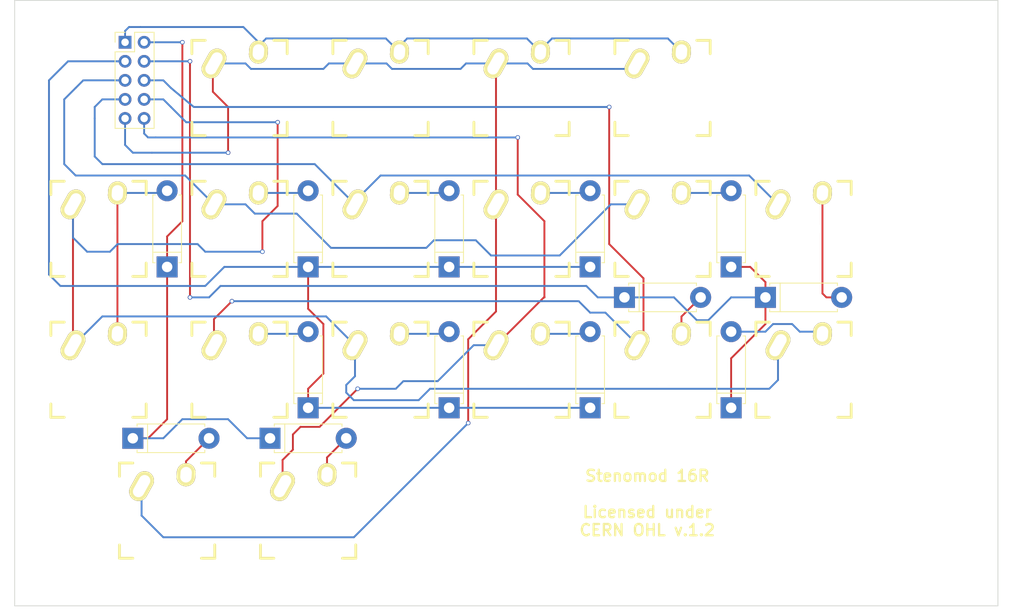
<source format=kicad_pcb>
(kicad_pcb (version 4) (host pcbnew 4.0.7)

  (general
    (links 49)
    (no_connects 0)
    (area 59.435429 67.185 196.088572 150.847)
    (thickness 1.6)
    (drawings 5)
    (tracks 239)
    (zones 0)
    (modules 36)
    (nets 24)
  )

  (page USLetter)
  (layers
    (0 F.Cu signal)
    (31 B.Cu signal)
    (32 B.Adhes user)
    (33 F.Adhes user)
    (34 B.Paste user)
    (35 F.Paste user)
    (36 B.SilkS user)
    (37 F.SilkS user)
    (38 B.Mask user)
    (39 F.Mask user)
    (40 Dwgs.User user hide)
    (41 Cmts.User user)
    (42 Eco1.User user)
    (43 Eco2.User user)
    (44 Edge.Cuts user)
    (45 Margin user)
    (46 B.CrtYd user)
    (47 F.CrtYd user)
    (48 B.Fab user)
    (49 F.Fab user)
  )

  (setup
    (last_trace_width 0.25)
    (trace_clearance 0.2)
    (zone_clearance 0.508)
    (zone_45_only no)
    (trace_min 0.2)
    (segment_width 0.2)
    (edge_width 0.1)
    (via_size 0.6)
    (via_drill 0.4)
    (via_min_size 0.4)
    (via_min_drill 0.3)
    (uvia_size 0.3)
    (uvia_drill 0.1)
    (uvias_allowed no)
    (uvia_min_size 0.2)
    (uvia_min_drill 0.1)
    (pcb_text_width 0.3)
    (pcb_text_size 1.5 1.5)
    (mod_edge_width 0.15)
    (mod_text_size 1 1)
    (mod_text_width 0.15)
    (pad_size 1.5 1.5)
    (pad_drill 0.6)
    (pad_to_mask_clearance 0)
    (aux_axis_origin 61.468 149.352)
    (visible_elements 7FFFFFFF)
    (pcbplotparams
      (layerselection 0x010e0_80000001)
      (usegerberextensions false)
      (usegerberattributes true)
      (excludeedgelayer true)
      (linewidth 0.100000)
      (plotframeref false)
      (viasonmask false)
      (mode 1)
      (useauxorigin false)
      (hpglpennumber 1)
      (hpglpenspeed 20)
      (hpglpendiameter 15)
      (hpglpenoverlay 2)
      (psnegative false)
      (psa4output false)
      (plotreference true)
      (plotvalue true)
      (plotinvisibletext false)
      (padsonsilk false)
      (subtractmaskfromsilk false)
      (outputformat 1)
      (mirror false)
      (drillshape 0)
      (scaleselection 1)
      (outputdirectory C:/Users/Charles-PC/Documents/stenomod-16R/))
  )

  (net 0 "")
  (net 1 "Net-(D1-Pad1)")
  (net 2 "Net-(D1-Pad2)")
  (net 3 "Net-(D2-Pad2)")
  (net 4 "Net-(D10-Pad1)")
  (net 5 "Net-(D3-Pad2)")
  (net 6 "Net-(D4-Pad2)")
  (net 7 "Net-(D5-Pad2)")
  (net 8 "Net-(D6-Pad2)")
  (net 9 "Net-(D7-Pad2)")
  (net 10 "Net-(D8-Pad2)")
  (net 11 "Net-(D9-Pad2)")
  (net 12 "Net-(D10-Pad2)")
  (net 13 "Net-(D11-Pad1)")
  (net 14 "Net-(D11-Pad2)")
  (net 15 "Net-(D12-Pad2)")
  (net 16 "Net-(D13-Pad2)")
  (net 17 "Net-(J_10-Pad1)")
  (net 18 "Net-(J_10-Pad5)")
  (net 19 "Net-(J_10-Pad6)")
  (net 20 "Net-(J_10-Pad7)")
  (net 21 "Net-(J_10-Pad8)")
  (net 22 "Net-(J_10-Pad9)")
  (net 23 "Net-(J_10-Pad10)")

  (net_class Default "This is the default net class."
    (clearance 0.2)
    (trace_width 0.25)
    (via_dia 0.6)
    (via_drill 0.4)
    (uvia_dia 0.3)
    (uvia_drill 0.1)
    (add_net "Net-(D1-Pad1)")
    (add_net "Net-(D1-Pad2)")
    (add_net "Net-(D10-Pad1)")
    (add_net "Net-(D10-Pad2)")
    (add_net "Net-(D11-Pad1)")
    (add_net "Net-(D11-Pad2)")
    (add_net "Net-(D12-Pad2)")
    (add_net "Net-(D13-Pad2)")
    (add_net "Net-(D2-Pad2)")
    (add_net "Net-(D3-Pad2)")
    (add_net "Net-(D4-Pad2)")
    (add_net "Net-(D5-Pad2)")
    (add_net "Net-(D6-Pad2)")
    (add_net "Net-(D7-Pad2)")
    (add_net "Net-(D8-Pad2)")
    (add_net "Net-(D9-Pad2)")
    (add_net "Net-(J_10-Pad1)")
    (add_net "Net-(J_10-Pad10)")
    (add_net "Net-(J_10-Pad5)")
    (add_net "Net-(J_10-Pad6)")
    (add_net "Net-(J_10-Pad7)")
    (add_net "Net-(J_10-Pad8)")
    (add_net "Net-(J_10-Pad9)")
  )

  (module Mounting_Holes:MountingHole_3.5mm (layer F.Cu) (tedit 5ADBDEE8) (tstamp 5ADBE0B6)
    (at 187.96 142.748)
    (descr "Mounting Hole 3.5mm, no annular")
    (tags "mounting hole 3.5mm no annular")
    (attr virtual)
    (fp_text reference REF** (at 0 -4.5) (layer F.SilkS) hide
      (effects (font (size 1 1) (thickness 0.15)))
    )
    (fp_text value MountingHole_3.5mm (at 0 4.5) (layer F.Fab)
      (effects (font (size 1 1) (thickness 0.15)))
    )
    (fp_text user %R (at 0.3 0) (layer F.Fab)
      (effects (font (size 1 1) (thickness 0.15)))
    )
    (fp_circle (center 0 0) (end 3.5 0) (layer Cmts.User) (width 0.15))
    (fp_circle (center 0 0) (end 3.75 0) (layer F.CrtYd) (width 0.05))
    (pad 1 np_thru_hole circle (at 0 0) (size 3.5 3.5) (drill 3.5) (layers *.Cu *.Mask))
  )

  (module Mounting_Holes:MountingHole_4.5mm (layer F.Cu) (tedit 5ADBDF08) (tstamp 5ADBE09E)
    (at 67.564 144.272)
    (descr "Mounting Hole 4.5mm, no annular")
    (tags "mounting hole 4.5mm no annular")
    (attr virtual)
    (fp_text reference REF** (at 0 -5.5) (layer F.SilkS) hide
      (effects (font (size 1 1) (thickness 0.15)))
    )
    (fp_text value MountingHole_4.5mm (at 0 5.5) (layer F.Fab)
      (effects (font (size 1 1) (thickness 0.15)))
    )
    (fp_text user %R (at 0.3 0) (layer F.Fab)
      (effects (font (size 1 1) (thickness 0.15)))
    )
    (fp_circle (center 0 0) (end 4.5 0) (layer Cmts.User) (width 0.15))
    (fp_circle (center 0 0) (end 4.75 0) (layer F.CrtYd) (width 0.05))
    (pad 1 np_thru_hole circle (at 0 0) (size 4.5 4.5) (drill 4.5) (layers *.Cu *.Mask))
  )

  (module Diodes_ThroughHole:D_5W_P10.16mm_Horizontal (layer F.Cu) (tedit 5ADBD173) (tstamp 5ADBCB3A)
    (at 161.544 108.204)
    (descr "D, 5W series, Axial, Horizontal, pin pitch=10.16mm, , length*diameter=8.9*3.7mm^2, , http://www.diodes.com/_files/packages/8686949.gif")
    (tags "D 5W series Axial Horizontal pin pitch 10.16mm  length 8.9mm diameter 3.7mm")
    (path /5AD58D73)
    (fp_text reference D1 (at 5.08 -2.91) (layer F.SilkS) hide
      (effects (font (size 1 1) (thickness 0.15)))
    )
    (fp_text value D (at 5.08 2.91) (layer F.Fab)
      (effects (font (size 1 1) (thickness 0.15)))
    )
    (fp_text user %R (at 5.08 0) (layer F.Fab)
      (effects (font (size 1 1) (thickness 0.15)))
    )
    (fp_line (start 0.63 -1.85) (end 0.63 1.85) (layer F.Fab) (width 0.1))
    (fp_line (start 0.63 1.85) (end 9.53 1.85) (layer F.Fab) (width 0.1))
    (fp_line (start 9.53 1.85) (end 9.53 -1.85) (layer F.Fab) (width 0.1))
    (fp_line (start 9.53 -1.85) (end 0.63 -1.85) (layer F.Fab) (width 0.1))
    (fp_line (start 0 0) (end 0.63 0) (layer F.Fab) (width 0.1))
    (fp_line (start 10.16 0) (end 9.53 0) (layer F.Fab) (width 0.1))
    (fp_line (start 1.965 -1.85) (end 1.965 1.85) (layer F.Fab) (width 0.1))
    (fp_line (start 0.57 -1.58) (end 0.57 -1.91) (layer F.SilkS) (width 0.12))
    (fp_line (start 0.57 -1.91) (end 9.59 -1.91) (layer F.SilkS) (width 0.12))
    (fp_line (start 9.59 -1.91) (end 9.59 -1.58) (layer F.SilkS) (width 0.12))
    (fp_line (start 0.57 1.58) (end 0.57 1.91) (layer F.SilkS) (width 0.12))
    (fp_line (start 0.57 1.91) (end 9.59 1.91) (layer F.SilkS) (width 0.12))
    (fp_line (start 9.59 1.91) (end 9.59 1.58) (layer F.SilkS) (width 0.12))
    (fp_line (start 1.965 -1.91) (end 1.965 1.91) (layer F.SilkS) (width 0.12))
    (fp_line (start -1.65 -2.2) (end -1.65 2.2) (layer F.CrtYd) (width 0.05))
    (fp_line (start -1.65 2.2) (end 11.85 2.2) (layer F.CrtYd) (width 0.05))
    (fp_line (start 11.85 2.2) (end 11.85 -2.2) (layer F.CrtYd) (width 0.05))
    (fp_line (start 11.85 -2.2) (end -1.65 -2.2) (layer F.CrtYd) (width 0.05))
    (pad 1 thru_hole rect (at 0 0) (size 2.8 2.8) (drill 1.4) (layers *.Cu *.Mask)
      (net 1 "Net-(D1-Pad1)"))
    (pad 2 thru_hole oval (at 10.16 0) (size 2.8 2.8) (drill 1.4) (layers *.Cu *.Mask)
      (net 2 "Net-(D1-Pad2)"))
    (model ${KISYS3DMOD}/Diodes_THT.3dshapes/D_5W_P10.16mm_Horizontal.wrl
      (at (xyz 0 0 0))
      (scale (xyz 0.393701 0.393701 0.393701))
      (rotate (xyz 0 0 0))
    )
  )

  (module Diodes_ThroughHole:D_5W_P10.16mm_Horizontal (layer F.Cu) (tedit 5ADBD15A) (tstamp 5ADBCB53)
    (at 156.972 104.14 90)
    (descr "D, 5W series, Axial, Horizontal, pin pitch=10.16mm, , length*diameter=8.9*3.7mm^2, , http://www.diodes.com/_files/packages/8686949.gif")
    (tags "D 5W series Axial Horizontal pin pitch 10.16mm  length 8.9mm diameter 3.7mm")
    (path /5AD57403)
    (fp_text reference D2 (at 5.08 -2.91 90) (layer F.SilkS) hide
      (effects (font (size 1 1) (thickness 0.15)))
    )
    (fp_text value D (at 5.08 2.91 90) (layer F.Fab)
      (effects (font (size 1 1) (thickness 0.15)))
    )
    (fp_text user %R (at 5.08 0 90) (layer F.Fab)
      (effects (font (size 1 1) (thickness 0.15)))
    )
    (fp_line (start 0.63 -1.85) (end 0.63 1.85) (layer F.Fab) (width 0.1))
    (fp_line (start 0.63 1.85) (end 9.53 1.85) (layer F.Fab) (width 0.1))
    (fp_line (start 9.53 1.85) (end 9.53 -1.85) (layer F.Fab) (width 0.1))
    (fp_line (start 9.53 -1.85) (end 0.63 -1.85) (layer F.Fab) (width 0.1))
    (fp_line (start 0 0) (end 0.63 0) (layer F.Fab) (width 0.1))
    (fp_line (start 10.16 0) (end 9.53 0) (layer F.Fab) (width 0.1))
    (fp_line (start 1.965 -1.85) (end 1.965 1.85) (layer F.Fab) (width 0.1))
    (fp_line (start 0.57 -1.58) (end 0.57 -1.91) (layer F.SilkS) (width 0.12))
    (fp_line (start 0.57 -1.91) (end 9.59 -1.91) (layer F.SilkS) (width 0.12))
    (fp_line (start 9.59 -1.91) (end 9.59 -1.58) (layer F.SilkS) (width 0.12))
    (fp_line (start 0.57 1.58) (end 0.57 1.91) (layer F.SilkS) (width 0.12))
    (fp_line (start 0.57 1.91) (end 9.59 1.91) (layer F.SilkS) (width 0.12))
    (fp_line (start 9.59 1.91) (end 9.59 1.58) (layer F.SilkS) (width 0.12))
    (fp_line (start 1.965 -1.91) (end 1.965 1.91) (layer F.SilkS) (width 0.12))
    (fp_line (start -1.65 -2.2) (end -1.65 2.2) (layer F.CrtYd) (width 0.05))
    (fp_line (start -1.65 2.2) (end 11.85 2.2) (layer F.CrtYd) (width 0.05))
    (fp_line (start 11.85 2.2) (end 11.85 -2.2) (layer F.CrtYd) (width 0.05))
    (fp_line (start 11.85 -2.2) (end -1.65 -2.2) (layer F.CrtYd) (width 0.05))
    (pad 1 thru_hole rect (at 0 0 90) (size 2.8 2.8) (drill 1.4) (layers *.Cu *.Mask)
      (net 1 "Net-(D1-Pad1)"))
    (pad 2 thru_hole oval (at 10.16 0 90) (size 2.8 2.8) (drill 1.4) (layers *.Cu *.Mask)
      (net 3 "Net-(D2-Pad2)"))
    (model ${KISYS3DMOD}/Diodes_THT.3dshapes/D_5W_P10.16mm_Horizontal.wrl
      (at (xyz 0 0 0))
      (scale (xyz 0.393701 0.393701 0.393701))
      (rotate (xyz 0 0 0))
    )
  )

  (module Diodes_ThroughHole:D_5W_P10.16mm_Horizontal (layer F.Cu) (tedit 5ADBD142) (tstamp 5ADBCB6C)
    (at 138.176 104.14 90)
    (descr "D, 5W series, Axial, Horizontal, pin pitch=10.16mm, , length*diameter=8.9*3.7mm^2, , http://www.diodes.com/_files/packages/8686949.gif")
    (tags "D 5W series Axial Horizontal pin pitch 10.16mm  length 8.9mm diameter 3.7mm")
    (path /5AD5742D)
    (fp_text reference D3 (at 5.08 -2.91 90) (layer F.SilkS) hide
      (effects (font (size 1 1) (thickness 0.15)))
    )
    (fp_text value D (at 5.08 2.91 90) (layer F.Fab)
      (effects (font (size 1 1) (thickness 0.15)))
    )
    (fp_text user %R (at 5.08 0 90) (layer F.Fab)
      (effects (font (size 1 1) (thickness 0.15)))
    )
    (fp_line (start 0.63 -1.85) (end 0.63 1.85) (layer F.Fab) (width 0.1))
    (fp_line (start 0.63 1.85) (end 9.53 1.85) (layer F.Fab) (width 0.1))
    (fp_line (start 9.53 1.85) (end 9.53 -1.85) (layer F.Fab) (width 0.1))
    (fp_line (start 9.53 -1.85) (end 0.63 -1.85) (layer F.Fab) (width 0.1))
    (fp_line (start 0 0) (end 0.63 0) (layer F.Fab) (width 0.1))
    (fp_line (start 10.16 0) (end 9.53 0) (layer F.Fab) (width 0.1))
    (fp_line (start 1.965 -1.85) (end 1.965 1.85) (layer F.Fab) (width 0.1))
    (fp_line (start 0.57 -1.58) (end 0.57 -1.91) (layer F.SilkS) (width 0.12))
    (fp_line (start 0.57 -1.91) (end 9.59 -1.91) (layer F.SilkS) (width 0.12))
    (fp_line (start 9.59 -1.91) (end 9.59 -1.58) (layer F.SilkS) (width 0.12))
    (fp_line (start 0.57 1.58) (end 0.57 1.91) (layer F.SilkS) (width 0.12))
    (fp_line (start 0.57 1.91) (end 9.59 1.91) (layer F.SilkS) (width 0.12))
    (fp_line (start 9.59 1.91) (end 9.59 1.58) (layer F.SilkS) (width 0.12))
    (fp_line (start 1.965 -1.91) (end 1.965 1.91) (layer F.SilkS) (width 0.12))
    (fp_line (start -1.65 -2.2) (end -1.65 2.2) (layer F.CrtYd) (width 0.05))
    (fp_line (start -1.65 2.2) (end 11.85 2.2) (layer F.CrtYd) (width 0.05))
    (fp_line (start 11.85 2.2) (end 11.85 -2.2) (layer F.CrtYd) (width 0.05))
    (fp_line (start 11.85 -2.2) (end -1.65 -2.2) (layer F.CrtYd) (width 0.05))
    (pad 1 thru_hole rect (at 0 0 90) (size 2.8 2.8) (drill 1.4) (layers *.Cu *.Mask)
      (net 4 "Net-(D10-Pad1)"))
    (pad 2 thru_hole oval (at 10.16 0 90) (size 2.8 2.8) (drill 1.4) (layers *.Cu *.Mask)
      (net 5 "Net-(D3-Pad2)"))
    (model ${KISYS3DMOD}/Diodes_THT.3dshapes/D_5W_P10.16mm_Horizontal.wrl
      (at (xyz 0 0 0))
      (scale (xyz 0.393701 0.393701 0.393701))
      (rotate (xyz 0 0 0))
    )
  )

  (module Diodes_ThroughHole:D_5W_P10.16mm_Horizontal (layer F.Cu) (tedit 5ADBD12E) (tstamp 5ADBCB85)
    (at 119.38 104.14 90)
    (descr "D, 5W series, Axial, Horizontal, pin pitch=10.16mm, , length*diameter=8.9*3.7mm^2, , http://www.diodes.com/_files/packages/8686949.gif")
    (tags "D 5W series Axial Horizontal pin pitch 10.16mm  length 8.9mm diameter 3.7mm")
    (path /5AD5741F)
    (fp_text reference D4 (at 5.08 -2.91 90) (layer F.SilkS) hide
      (effects (font (size 1 1) (thickness 0.15)))
    )
    (fp_text value D (at 5.08 2.91 90) (layer F.Fab)
      (effects (font (size 1 1) (thickness 0.15)))
    )
    (fp_text user %R (at 5.08 0 90) (layer F.Fab)
      (effects (font (size 1 1) (thickness 0.15)))
    )
    (fp_line (start 0.63 -1.85) (end 0.63 1.85) (layer F.Fab) (width 0.1))
    (fp_line (start 0.63 1.85) (end 9.53 1.85) (layer F.Fab) (width 0.1))
    (fp_line (start 9.53 1.85) (end 9.53 -1.85) (layer F.Fab) (width 0.1))
    (fp_line (start 9.53 -1.85) (end 0.63 -1.85) (layer F.Fab) (width 0.1))
    (fp_line (start 0 0) (end 0.63 0) (layer F.Fab) (width 0.1))
    (fp_line (start 10.16 0) (end 9.53 0) (layer F.Fab) (width 0.1))
    (fp_line (start 1.965 -1.85) (end 1.965 1.85) (layer F.Fab) (width 0.1))
    (fp_line (start 0.57 -1.58) (end 0.57 -1.91) (layer F.SilkS) (width 0.12))
    (fp_line (start 0.57 -1.91) (end 9.59 -1.91) (layer F.SilkS) (width 0.12))
    (fp_line (start 9.59 -1.91) (end 9.59 -1.58) (layer F.SilkS) (width 0.12))
    (fp_line (start 0.57 1.58) (end 0.57 1.91) (layer F.SilkS) (width 0.12))
    (fp_line (start 0.57 1.91) (end 9.59 1.91) (layer F.SilkS) (width 0.12))
    (fp_line (start 9.59 1.91) (end 9.59 1.58) (layer F.SilkS) (width 0.12))
    (fp_line (start 1.965 -1.91) (end 1.965 1.91) (layer F.SilkS) (width 0.12))
    (fp_line (start -1.65 -2.2) (end -1.65 2.2) (layer F.CrtYd) (width 0.05))
    (fp_line (start -1.65 2.2) (end 11.85 2.2) (layer F.CrtYd) (width 0.05))
    (fp_line (start 11.85 2.2) (end 11.85 -2.2) (layer F.CrtYd) (width 0.05))
    (fp_line (start 11.85 -2.2) (end -1.65 -2.2) (layer F.CrtYd) (width 0.05))
    (pad 1 thru_hole rect (at 0 0 90) (size 2.8 2.8) (drill 1.4) (layers *.Cu *.Mask)
      (net 4 "Net-(D10-Pad1)"))
    (pad 2 thru_hole oval (at 10.16 0 90) (size 2.8 2.8) (drill 1.4) (layers *.Cu *.Mask)
      (net 6 "Net-(D4-Pad2)"))
    (model ${KISYS3DMOD}/Diodes_THT.3dshapes/D_5W_P10.16mm_Horizontal.wrl
      (at (xyz 0 0 0))
      (scale (xyz 0.393701 0.393701 0.393701))
      (rotate (xyz 0 0 0))
    )
  )

  (module Diodes_ThroughHole:D_5W_P10.16mm_Horizontal (layer F.Cu) (tedit 5ADBD11B) (tstamp 5ADBCB9E)
    (at 100.584 104.14 90)
    (descr "D, 5W series, Axial, Horizontal, pin pitch=10.16mm, , length*diameter=8.9*3.7mm^2, , http://www.diodes.com/_files/packages/8686949.gif")
    (tags "D 5W series Axial Horizontal pin pitch 10.16mm  length 8.9mm diameter 3.7mm")
    (path /5AD57449)
    (fp_text reference D5 (at 5.08 -2.91 90) (layer F.SilkS) hide
      (effects (font (size 1 1) (thickness 0.15)))
    )
    (fp_text value D (at 5.08 2.91 90) (layer F.Fab)
      (effects (font (size 1 1) (thickness 0.15)))
    )
    (fp_text user %R (at 5.08 0 90) (layer F.Fab)
      (effects (font (size 1 1) (thickness 0.15)))
    )
    (fp_line (start 0.63 -1.85) (end 0.63 1.85) (layer F.Fab) (width 0.1))
    (fp_line (start 0.63 1.85) (end 9.53 1.85) (layer F.Fab) (width 0.1))
    (fp_line (start 9.53 1.85) (end 9.53 -1.85) (layer F.Fab) (width 0.1))
    (fp_line (start 9.53 -1.85) (end 0.63 -1.85) (layer F.Fab) (width 0.1))
    (fp_line (start 0 0) (end 0.63 0) (layer F.Fab) (width 0.1))
    (fp_line (start 10.16 0) (end 9.53 0) (layer F.Fab) (width 0.1))
    (fp_line (start 1.965 -1.85) (end 1.965 1.85) (layer F.Fab) (width 0.1))
    (fp_line (start 0.57 -1.58) (end 0.57 -1.91) (layer F.SilkS) (width 0.12))
    (fp_line (start 0.57 -1.91) (end 9.59 -1.91) (layer F.SilkS) (width 0.12))
    (fp_line (start 9.59 -1.91) (end 9.59 -1.58) (layer F.SilkS) (width 0.12))
    (fp_line (start 0.57 1.58) (end 0.57 1.91) (layer F.SilkS) (width 0.12))
    (fp_line (start 0.57 1.91) (end 9.59 1.91) (layer F.SilkS) (width 0.12))
    (fp_line (start 9.59 1.91) (end 9.59 1.58) (layer F.SilkS) (width 0.12))
    (fp_line (start 1.965 -1.91) (end 1.965 1.91) (layer F.SilkS) (width 0.12))
    (fp_line (start -1.65 -2.2) (end -1.65 2.2) (layer F.CrtYd) (width 0.05))
    (fp_line (start -1.65 2.2) (end 11.85 2.2) (layer F.CrtYd) (width 0.05))
    (fp_line (start 11.85 2.2) (end 11.85 -2.2) (layer F.CrtYd) (width 0.05))
    (fp_line (start 11.85 -2.2) (end -1.65 -2.2) (layer F.CrtYd) (width 0.05))
    (pad 1 thru_hole rect (at 0 0 90) (size 2.8 2.8) (drill 1.4) (layers *.Cu *.Mask)
      (net 4 "Net-(D10-Pad1)"))
    (pad 2 thru_hole oval (at 10.16 0 90) (size 2.8 2.8) (drill 1.4) (layers *.Cu *.Mask)
      (net 7 "Net-(D5-Pad2)"))
    (model ${KISYS3DMOD}/Diodes_THT.3dshapes/D_5W_P10.16mm_Horizontal.wrl
      (at (xyz 0 0 0))
      (scale (xyz 0.393701 0.393701 0.393701))
      (rotate (xyz 0 0 0))
    )
  )

  (module Diodes_ThroughHole:D_5W_P10.16mm_Horizontal (layer F.Cu) (tedit 5ADBD197) (tstamp 5ADBCBB7)
    (at 156.972 122.936 90)
    (descr "D, 5W series, Axial, Horizontal, pin pitch=10.16mm, , length*diameter=8.9*3.7mm^2, , http://www.diodes.com/_files/packages/8686949.gif")
    (tags "D 5W series Axial Horizontal pin pitch 10.16mm  length 8.9mm diameter 3.7mm")
    (path /5AD56BB9)
    (fp_text reference D6 (at 5.08 -2.91 90) (layer F.SilkS) hide
      (effects (font (size 1 1) (thickness 0.15)))
    )
    (fp_text value D (at 5.08 2.91 90) (layer F.Fab)
      (effects (font (size 1 1) (thickness 0.15)))
    )
    (fp_text user %R (at 5.08 0 90) (layer F.Fab)
      (effects (font (size 1 1) (thickness 0.15)))
    )
    (fp_line (start 0.63 -1.85) (end 0.63 1.85) (layer F.Fab) (width 0.1))
    (fp_line (start 0.63 1.85) (end 9.53 1.85) (layer F.Fab) (width 0.1))
    (fp_line (start 9.53 1.85) (end 9.53 -1.85) (layer F.Fab) (width 0.1))
    (fp_line (start 9.53 -1.85) (end 0.63 -1.85) (layer F.Fab) (width 0.1))
    (fp_line (start 0 0) (end 0.63 0) (layer F.Fab) (width 0.1))
    (fp_line (start 10.16 0) (end 9.53 0) (layer F.Fab) (width 0.1))
    (fp_line (start 1.965 -1.85) (end 1.965 1.85) (layer F.Fab) (width 0.1))
    (fp_line (start 0.57 -1.58) (end 0.57 -1.91) (layer F.SilkS) (width 0.12))
    (fp_line (start 0.57 -1.91) (end 9.59 -1.91) (layer F.SilkS) (width 0.12))
    (fp_line (start 9.59 -1.91) (end 9.59 -1.58) (layer F.SilkS) (width 0.12))
    (fp_line (start 0.57 1.58) (end 0.57 1.91) (layer F.SilkS) (width 0.12))
    (fp_line (start 0.57 1.91) (end 9.59 1.91) (layer F.SilkS) (width 0.12))
    (fp_line (start 9.59 1.91) (end 9.59 1.58) (layer F.SilkS) (width 0.12))
    (fp_line (start 1.965 -1.91) (end 1.965 1.91) (layer F.SilkS) (width 0.12))
    (fp_line (start -1.65 -2.2) (end -1.65 2.2) (layer F.CrtYd) (width 0.05))
    (fp_line (start -1.65 2.2) (end 11.85 2.2) (layer F.CrtYd) (width 0.05))
    (fp_line (start 11.85 2.2) (end 11.85 -2.2) (layer F.CrtYd) (width 0.05))
    (fp_line (start 11.85 -2.2) (end -1.65 -2.2) (layer F.CrtYd) (width 0.05))
    (pad 1 thru_hole rect (at 0 0 90) (size 2.8 2.8) (drill 1.4) (layers *.Cu *.Mask)
      (net 1 "Net-(D1-Pad1)"))
    (pad 2 thru_hole oval (at 10.16 0 90) (size 2.8 2.8) (drill 1.4) (layers *.Cu *.Mask)
      (net 8 "Net-(D6-Pad2)"))
    (model ${KISYS3DMOD}/Diodes_THT.3dshapes/D_5W_P10.16mm_Horizontal.wrl
      (at (xyz 0 0 0))
      (scale (xyz 0.393701 0.393701 0.393701))
      (rotate (xyz 0 0 0))
    )
  )

  (module Diodes_ThroughHole:D_5W_P10.16mm_Horizontal (layer F.Cu) (tedit 5ADBD1B6) (tstamp 5ADBCBD0)
    (at 142.748 108.204)
    (descr "D, 5W series, Axial, Horizontal, pin pitch=10.16mm, , length*diameter=8.9*3.7mm^2, , http://www.diodes.com/_files/packages/8686949.gif")
    (tags "D 5W series Axial Horizontal pin pitch 10.16mm  length 8.9mm diameter 3.7mm")
    (path /5AD56BAB)
    (fp_text reference D7 (at 5.08 -2.91) (layer F.SilkS) hide
      (effects (font (size 1 1) (thickness 0.15)))
    )
    (fp_text value D (at 5.08 2.91) (layer F.Fab)
      (effects (font (size 1 1) (thickness 0.15)))
    )
    (fp_text user %R (at 5.08 0) (layer F.Fab)
      (effects (font (size 1 1) (thickness 0.15)))
    )
    (fp_line (start 0.63 -1.85) (end 0.63 1.85) (layer F.Fab) (width 0.1))
    (fp_line (start 0.63 1.85) (end 9.53 1.85) (layer F.Fab) (width 0.1))
    (fp_line (start 9.53 1.85) (end 9.53 -1.85) (layer F.Fab) (width 0.1))
    (fp_line (start 9.53 -1.85) (end 0.63 -1.85) (layer F.Fab) (width 0.1))
    (fp_line (start 0 0) (end 0.63 0) (layer F.Fab) (width 0.1))
    (fp_line (start 10.16 0) (end 9.53 0) (layer F.Fab) (width 0.1))
    (fp_line (start 1.965 -1.85) (end 1.965 1.85) (layer F.Fab) (width 0.1))
    (fp_line (start 0.57 -1.58) (end 0.57 -1.91) (layer F.SilkS) (width 0.12))
    (fp_line (start 0.57 -1.91) (end 9.59 -1.91) (layer F.SilkS) (width 0.12))
    (fp_line (start 9.59 -1.91) (end 9.59 -1.58) (layer F.SilkS) (width 0.12))
    (fp_line (start 0.57 1.58) (end 0.57 1.91) (layer F.SilkS) (width 0.12))
    (fp_line (start 0.57 1.91) (end 9.59 1.91) (layer F.SilkS) (width 0.12))
    (fp_line (start 9.59 1.91) (end 9.59 1.58) (layer F.SilkS) (width 0.12))
    (fp_line (start 1.965 -1.91) (end 1.965 1.91) (layer F.SilkS) (width 0.12))
    (fp_line (start -1.65 -2.2) (end -1.65 2.2) (layer F.CrtYd) (width 0.05))
    (fp_line (start -1.65 2.2) (end 11.85 2.2) (layer F.CrtYd) (width 0.05))
    (fp_line (start 11.85 2.2) (end 11.85 -2.2) (layer F.CrtYd) (width 0.05))
    (fp_line (start 11.85 -2.2) (end -1.65 -2.2) (layer F.CrtYd) (width 0.05))
    (pad 1 thru_hole rect (at 0 0) (size 2.8 2.8) (drill 1.4) (layers *.Cu *.Mask)
      (net 1 "Net-(D1-Pad1)"))
    (pad 2 thru_hole oval (at 10.16 0) (size 2.8 2.8) (drill 1.4) (layers *.Cu *.Mask)
      (net 9 "Net-(D7-Pad2)"))
    (model ${KISYS3DMOD}/Diodes_THT.3dshapes/D_5W_P10.16mm_Horizontal.wrl
      (at (xyz 0 0 0))
      (scale (xyz 0.393701 0.393701 0.393701))
      (rotate (xyz 0 0 0))
    )
  )

  (module Diodes_ThroughHole:D_5W_P10.16mm_Horizontal (layer F.Cu) (tedit 5ADBD1CE) (tstamp 5ADBCBE9)
    (at 138.176 122.936 90)
    (descr "D, 5W series, Axial, Horizontal, pin pitch=10.16mm, , length*diameter=8.9*3.7mm^2, , http://www.diodes.com/_files/packages/8686949.gif")
    (tags "D 5W series Axial Horizontal pin pitch 10.16mm  length 8.9mm diameter 3.7mm")
    (path /5AD56E29)
    (fp_text reference D8 (at 5.08 -2.91 90) (layer F.SilkS) hide
      (effects (font (size 1 1) (thickness 0.15)))
    )
    (fp_text value D (at 5.08 2.91 90) (layer F.Fab)
      (effects (font (size 1 1) (thickness 0.15)))
    )
    (fp_text user %R (at 5.08 0 90) (layer F.Fab)
      (effects (font (size 1 1) (thickness 0.15)))
    )
    (fp_line (start 0.63 -1.85) (end 0.63 1.85) (layer F.Fab) (width 0.1))
    (fp_line (start 0.63 1.85) (end 9.53 1.85) (layer F.Fab) (width 0.1))
    (fp_line (start 9.53 1.85) (end 9.53 -1.85) (layer F.Fab) (width 0.1))
    (fp_line (start 9.53 -1.85) (end 0.63 -1.85) (layer F.Fab) (width 0.1))
    (fp_line (start 0 0) (end 0.63 0) (layer F.Fab) (width 0.1))
    (fp_line (start 10.16 0) (end 9.53 0) (layer F.Fab) (width 0.1))
    (fp_line (start 1.965 -1.85) (end 1.965 1.85) (layer F.Fab) (width 0.1))
    (fp_line (start 0.57 -1.58) (end 0.57 -1.91) (layer F.SilkS) (width 0.12))
    (fp_line (start 0.57 -1.91) (end 9.59 -1.91) (layer F.SilkS) (width 0.12))
    (fp_line (start 9.59 -1.91) (end 9.59 -1.58) (layer F.SilkS) (width 0.12))
    (fp_line (start 0.57 1.58) (end 0.57 1.91) (layer F.SilkS) (width 0.12))
    (fp_line (start 0.57 1.91) (end 9.59 1.91) (layer F.SilkS) (width 0.12))
    (fp_line (start 9.59 1.91) (end 9.59 1.58) (layer F.SilkS) (width 0.12))
    (fp_line (start 1.965 -1.91) (end 1.965 1.91) (layer F.SilkS) (width 0.12))
    (fp_line (start -1.65 -2.2) (end -1.65 2.2) (layer F.CrtYd) (width 0.05))
    (fp_line (start -1.65 2.2) (end 11.85 2.2) (layer F.CrtYd) (width 0.05))
    (fp_line (start 11.85 2.2) (end 11.85 -2.2) (layer F.CrtYd) (width 0.05))
    (fp_line (start 11.85 -2.2) (end -1.65 -2.2) (layer F.CrtYd) (width 0.05))
    (pad 1 thru_hole rect (at 0 0 90) (size 2.8 2.8) (drill 1.4) (layers *.Cu *.Mask)
      (net 4 "Net-(D10-Pad1)"))
    (pad 2 thru_hole oval (at 10.16 0 90) (size 2.8 2.8) (drill 1.4) (layers *.Cu *.Mask)
      (net 10 "Net-(D8-Pad2)"))
    (model ${KISYS3DMOD}/Diodes_THT.3dshapes/D_5W_P10.16mm_Horizontal.wrl
      (at (xyz 0 0 0))
      (scale (xyz 0.393701 0.393701 0.393701))
      (rotate (xyz 0 0 0))
    )
  )

  (module Diodes_ThroughHole:D_5W_P10.16mm_Horizontal (layer F.Cu) (tedit 5ADBD1E5) (tstamp 5ADBCC02)
    (at 119.38 122.936 90)
    (descr "D, 5W series, Axial, Horizontal, pin pitch=10.16mm, , length*diameter=8.9*3.7mm^2, , http://www.diodes.com/_files/packages/8686949.gif")
    (tags "D 5W series Axial Horizontal pin pitch 10.16mm  length 8.9mm diameter 3.7mm")
    (path /5AD56E1B)
    (fp_text reference D9 (at 5.08 -2.91 90) (layer F.SilkS) hide
      (effects (font (size 1 1) (thickness 0.15)))
    )
    (fp_text value D (at 5.08 2.91 90) (layer F.Fab)
      (effects (font (size 1 1) (thickness 0.15)))
    )
    (fp_text user %R (at 5.08 0 90) (layer F.Fab)
      (effects (font (size 1 1) (thickness 0.15)))
    )
    (fp_line (start 0.63 -1.85) (end 0.63 1.85) (layer F.Fab) (width 0.1))
    (fp_line (start 0.63 1.85) (end 9.53 1.85) (layer F.Fab) (width 0.1))
    (fp_line (start 9.53 1.85) (end 9.53 -1.85) (layer F.Fab) (width 0.1))
    (fp_line (start 9.53 -1.85) (end 0.63 -1.85) (layer F.Fab) (width 0.1))
    (fp_line (start 0 0) (end 0.63 0) (layer F.Fab) (width 0.1))
    (fp_line (start 10.16 0) (end 9.53 0) (layer F.Fab) (width 0.1))
    (fp_line (start 1.965 -1.85) (end 1.965 1.85) (layer F.Fab) (width 0.1))
    (fp_line (start 0.57 -1.58) (end 0.57 -1.91) (layer F.SilkS) (width 0.12))
    (fp_line (start 0.57 -1.91) (end 9.59 -1.91) (layer F.SilkS) (width 0.12))
    (fp_line (start 9.59 -1.91) (end 9.59 -1.58) (layer F.SilkS) (width 0.12))
    (fp_line (start 0.57 1.58) (end 0.57 1.91) (layer F.SilkS) (width 0.12))
    (fp_line (start 0.57 1.91) (end 9.59 1.91) (layer F.SilkS) (width 0.12))
    (fp_line (start 9.59 1.91) (end 9.59 1.58) (layer F.SilkS) (width 0.12))
    (fp_line (start 1.965 -1.91) (end 1.965 1.91) (layer F.SilkS) (width 0.12))
    (fp_line (start -1.65 -2.2) (end -1.65 2.2) (layer F.CrtYd) (width 0.05))
    (fp_line (start -1.65 2.2) (end 11.85 2.2) (layer F.CrtYd) (width 0.05))
    (fp_line (start 11.85 2.2) (end 11.85 -2.2) (layer F.CrtYd) (width 0.05))
    (fp_line (start 11.85 -2.2) (end -1.65 -2.2) (layer F.CrtYd) (width 0.05))
    (pad 1 thru_hole rect (at 0 0 90) (size 2.8 2.8) (drill 1.4) (layers *.Cu *.Mask)
      (net 4 "Net-(D10-Pad1)"))
    (pad 2 thru_hole oval (at 10.16 0 90) (size 2.8 2.8) (drill 1.4) (layers *.Cu *.Mask)
      (net 11 "Net-(D9-Pad2)"))
    (model ${KISYS3DMOD}/Diodes_THT.3dshapes/D_5W_P10.16mm_Horizontal.wrl
      (at (xyz 0 0 0))
      (scale (xyz 0.393701 0.393701 0.393701))
      (rotate (xyz 0 0 0))
    )
  )

  (module Diodes_ThroughHole:D_5W_P10.16mm_Horizontal (layer F.Cu) (tedit 5ADBD1FD) (tstamp 5ADBCC1B)
    (at 100.584 122.936 90)
    (descr "D, 5W series, Axial, Horizontal, pin pitch=10.16mm, , length*diameter=8.9*3.7mm^2, , http://www.diodes.com/_files/packages/8686949.gif")
    (tags "D 5W series Axial Horizontal pin pitch 10.16mm  length 8.9mm diameter 3.7mm")
    (path /5AD57099)
    (fp_text reference D10 (at 5.08 -2.91 90) (layer F.SilkS) hide
      (effects (font (size 1 1) (thickness 0.15)))
    )
    (fp_text value D (at 5.08 2.91 90) (layer F.Fab)
      (effects (font (size 1 1) (thickness 0.15)))
    )
    (fp_text user %R (at 5.08 0 90) (layer F.Fab)
      (effects (font (size 1 1) (thickness 0.15)))
    )
    (fp_line (start 0.63 -1.85) (end 0.63 1.85) (layer F.Fab) (width 0.1))
    (fp_line (start 0.63 1.85) (end 9.53 1.85) (layer F.Fab) (width 0.1))
    (fp_line (start 9.53 1.85) (end 9.53 -1.85) (layer F.Fab) (width 0.1))
    (fp_line (start 9.53 -1.85) (end 0.63 -1.85) (layer F.Fab) (width 0.1))
    (fp_line (start 0 0) (end 0.63 0) (layer F.Fab) (width 0.1))
    (fp_line (start 10.16 0) (end 9.53 0) (layer F.Fab) (width 0.1))
    (fp_line (start 1.965 -1.85) (end 1.965 1.85) (layer F.Fab) (width 0.1))
    (fp_line (start 0.57 -1.58) (end 0.57 -1.91) (layer F.SilkS) (width 0.12))
    (fp_line (start 0.57 -1.91) (end 9.59 -1.91) (layer F.SilkS) (width 0.12))
    (fp_line (start 9.59 -1.91) (end 9.59 -1.58) (layer F.SilkS) (width 0.12))
    (fp_line (start 0.57 1.58) (end 0.57 1.91) (layer F.SilkS) (width 0.12))
    (fp_line (start 0.57 1.91) (end 9.59 1.91) (layer F.SilkS) (width 0.12))
    (fp_line (start 9.59 1.91) (end 9.59 1.58) (layer F.SilkS) (width 0.12))
    (fp_line (start 1.965 -1.91) (end 1.965 1.91) (layer F.SilkS) (width 0.12))
    (fp_line (start -1.65 -2.2) (end -1.65 2.2) (layer F.CrtYd) (width 0.05))
    (fp_line (start -1.65 2.2) (end 11.85 2.2) (layer F.CrtYd) (width 0.05))
    (fp_line (start 11.85 2.2) (end 11.85 -2.2) (layer F.CrtYd) (width 0.05))
    (fp_line (start 11.85 -2.2) (end -1.65 -2.2) (layer F.CrtYd) (width 0.05))
    (pad 1 thru_hole rect (at 0 0 90) (size 2.8 2.8) (drill 1.4) (layers *.Cu *.Mask)
      (net 4 "Net-(D10-Pad1)"))
    (pad 2 thru_hole oval (at 10.16 0 90) (size 2.8 2.8) (drill 1.4) (layers *.Cu *.Mask)
      (net 12 "Net-(D10-Pad2)"))
    (model ${KISYS3DMOD}/Diodes_THT.3dshapes/D_5W_P10.16mm_Horizontal.wrl
      (at (xyz 0 0 0))
      (scale (xyz 0.393701 0.393701 0.393701))
      (rotate (xyz 0 0 0))
    )
  )

  (module Diodes_ThroughHole:D_5W_P10.16mm_Horizontal (layer F.Cu) (tedit 5ADBD10E) (tstamp 5ADBCC34)
    (at 81.788 104.14 90)
    (descr "D, 5W series, Axial, Horizontal, pin pitch=10.16mm, , length*diameter=8.9*3.7mm^2, , http://www.diodes.com/_files/packages/8686949.gif")
    (tags "D 5W series Axial Horizontal pin pitch 10.16mm  length 8.9mm diameter 3.7mm")
    (path /5AD5708B)
    (fp_text reference D11 (at 5.08 -2.91 90) (layer F.SilkS) hide
      (effects (font (size 1 1) (thickness 0.15)))
    )
    (fp_text value D (at 5.08 2.91 90) (layer F.Fab)
      (effects (font (size 1 1) (thickness 0.15)))
    )
    (fp_text user %R (at 5.08 0 90) (layer F.Fab)
      (effects (font (size 1 1) (thickness 0.15)))
    )
    (fp_line (start 0.63 -1.85) (end 0.63 1.85) (layer F.Fab) (width 0.1))
    (fp_line (start 0.63 1.85) (end 9.53 1.85) (layer F.Fab) (width 0.1))
    (fp_line (start 9.53 1.85) (end 9.53 -1.85) (layer F.Fab) (width 0.1))
    (fp_line (start 9.53 -1.85) (end 0.63 -1.85) (layer F.Fab) (width 0.1))
    (fp_line (start 0 0) (end 0.63 0) (layer F.Fab) (width 0.1))
    (fp_line (start 10.16 0) (end 9.53 0) (layer F.Fab) (width 0.1))
    (fp_line (start 1.965 -1.85) (end 1.965 1.85) (layer F.Fab) (width 0.1))
    (fp_line (start 0.57 -1.58) (end 0.57 -1.91) (layer F.SilkS) (width 0.12))
    (fp_line (start 0.57 -1.91) (end 9.59 -1.91) (layer F.SilkS) (width 0.12))
    (fp_line (start 9.59 -1.91) (end 9.59 -1.58) (layer F.SilkS) (width 0.12))
    (fp_line (start 0.57 1.58) (end 0.57 1.91) (layer F.SilkS) (width 0.12))
    (fp_line (start 0.57 1.91) (end 9.59 1.91) (layer F.SilkS) (width 0.12))
    (fp_line (start 9.59 1.91) (end 9.59 1.58) (layer F.SilkS) (width 0.12))
    (fp_line (start 1.965 -1.91) (end 1.965 1.91) (layer F.SilkS) (width 0.12))
    (fp_line (start -1.65 -2.2) (end -1.65 2.2) (layer F.CrtYd) (width 0.05))
    (fp_line (start -1.65 2.2) (end 11.85 2.2) (layer F.CrtYd) (width 0.05))
    (fp_line (start 11.85 2.2) (end 11.85 -2.2) (layer F.CrtYd) (width 0.05))
    (fp_line (start 11.85 -2.2) (end -1.65 -2.2) (layer F.CrtYd) (width 0.05))
    (pad 1 thru_hole rect (at 0 0 90) (size 2.8 2.8) (drill 1.4) (layers *.Cu *.Mask)
      (net 13 "Net-(D11-Pad1)"))
    (pad 2 thru_hole oval (at 10.16 0 90) (size 2.8 2.8) (drill 1.4) (layers *.Cu *.Mask)
      (net 14 "Net-(D11-Pad2)"))
    (model ${KISYS3DMOD}/Diodes_THT.3dshapes/D_5W_P10.16mm_Horizontal.wrl
      (at (xyz 0 0 0))
      (scale (xyz 0.393701 0.393701 0.393701))
      (rotate (xyz 0 0 0))
    )
  )

  (module Diodes_ThroughHole:D_5W_P10.16mm_Horizontal (layer F.Cu) (tedit 5ADBD22B) (tstamp 5ADBCC4D)
    (at 95.504 127)
    (descr "D, 5W series, Axial, Horizontal, pin pitch=10.16mm, , length*diameter=8.9*3.7mm^2, , http://www.diodes.com/_files/packages/8686949.gif")
    (tags "D 5W series Axial Horizontal pin pitch 10.16mm  length 8.9mm diameter 3.7mm")
    (path /5AD562C7)
    (fp_text reference D12 (at 5.08 -2.91) (layer F.SilkS) hide
      (effects (font (size 1 1) (thickness 0.15)))
    )
    (fp_text value D (at 5.08 2.91) (layer F.Fab)
      (effects (font (size 1 1) (thickness 0.15)))
    )
    (fp_text user %R (at 5.08 0) (layer F.Fab)
      (effects (font (size 1 1) (thickness 0.15)))
    )
    (fp_line (start 0.63 -1.85) (end 0.63 1.85) (layer F.Fab) (width 0.1))
    (fp_line (start 0.63 1.85) (end 9.53 1.85) (layer F.Fab) (width 0.1))
    (fp_line (start 9.53 1.85) (end 9.53 -1.85) (layer F.Fab) (width 0.1))
    (fp_line (start 9.53 -1.85) (end 0.63 -1.85) (layer F.Fab) (width 0.1))
    (fp_line (start 0 0) (end 0.63 0) (layer F.Fab) (width 0.1))
    (fp_line (start 10.16 0) (end 9.53 0) (layer F.Fab) (width 0.1))
    (fp_line (start 1.965 -1.85) (end 1.965 1.85) (layer F.Fab) (width 0.1))
    (fp_line (start 0.57 -1.58) (end 0.57 -1.91) (layer F.SilkS) (width 0.12))
    (fp_line (start 0.57 -1.91) (end 9.59 -1.91) (layer F.SilkS) (width 0.12))
    (fp_line (start 9.59 -1.91) (end 9.59 -1.58) (layer F.SilkS) (width 0.12))
    (fp_line (start 0.57 1.58) (end 0.57 1.91) (layer F.SilkS) (width 0.12))
    (fp_line (start 0.57 1.91) (end 9.59 1.91) (layer F.SilkS) (width 0.12))
    (fp_line (start 9.59 1.91) (end 9.59 1.58) (layer F.SilkS) (width 0.12))
    (fp_line (start 1.965 -1.91) (end 1.965 1.91) (layer F.SilkS) (width 0.12))
    (fp_line (start -1.65 -2.2) (end -1.65 2.2) (layer F.CrtYd) (width 0.05))
    (fp_line (start -1.65 2.2) (end 11.85 2.2) (layer F.CrtYd) (width 0.05))
    (fp_line (start 11.85 2.2) (end 11.85 -2.2) (layer F.CrtYd) (width 0.05))
    (fp_line (start 11.85 -2.2) (end -1.65 -2.2) (layer F.CrtYd) (width 0.05))
    (pad 1 thru_hole rect (at 0 0) (size 2.8 2.8) (drill 1.4) (layers *.Cu *.Mask)
      (net 13 "Net-(D11-Pad1)"))
    (pad 2 thru_hole oval (at 10.16 0) (size 2.8 2.8) (drill 1.4) (layers *.Cu *.Mask)
      (net 15 "Net-(D12-Pad2)"))
    (model ${KISYS3DMOD}/Diodes_THT.3dshapes/D_5W_P10.16mm_Horizontal.wrl
      (at (xyz 0 0 0))
      (scale (xyz 0.393701 0.393701 0.393701))
      (rotate (xyz 0 0 0))
    )
  )

  (module Diodes_ThroughHole:D_5W_P10.16mm_Horizontal (layer F.Cu) (tedit 5ADBD221) (tstamp 5ADBCC66)
    (at 77.216 127)
    (descr "D, 5W series, Axial, Horizontal, pin pitch=10.16mm, , length*diameter=8.9*3.7mm^2, , http://www.diodes.com/_files/packages/8686949.gif")
    (tags "D 5W series Axial Horizontal pin pitch 10.16mm  length 8.9mm diameter 3.7mm")
    (path /5AD543E7)
    (fp_text reference D13 (at 5.08 -2.91) (layer F.SilkS) hide
      (effects (font (size 1 1) (thickness 0.15)))
    )
    (fp_text value D (at 5.08 2.91) (layer F.Fab)
      (effects (font (size 1 1) (thickness 0.15)))
    )
    (fp_text user %R (at 5.08 0) (layer F.Fab)
      (effects (font (size 1 1) (thickness 0.15)))
    )
    (fp_line (start 0.63 -1.85) (end 0.63 1.85) (layer F.Fab) (width 0.1))
    (fp_line (start 0.63 1.85) (end 9.53 1.85) (layer F.Fab) (width 0.1))
    (fp_line (start 9.53 1.85) (end 9.53 -1.85) (layer F.Fab) (width 0.1))
    (fp_line (start 9.53 -1.85) (end 0.63 -1.85) (layer F.Fab) (width 0.1))
    (fp_line (start 0 0) (end 0.63 0) (layer F.Fab) (width 0.1))
    (fp_line (start 10.16 0) (end 9.53 0) (layer F.Fab) (width 0.1))
    (fp_line (start 1.965 -1.85) (end 1.965 1.85) (layer F.Fab) (width 0.1))
    (fp_line (start 0.57 -1.58) (end 0.57 -1.91) (layer F.SilkS) (width 0.12))
    (fp_line (start 0.57 -1.91) (end 9.59 -1.91) (layer F.SilkS) (width 0.12))
    (fp_line (start 9.59 -1.91) (end 9.59 -1.58) (layer F.SilkS) (width 0.12))
    (fp_line (start 0.57 1.58) (end 0.57 1.91) (layer F.SilkS) (width 0.12))
    (fp_line (start 0.57 1.91) (end 9.59 1.91) (layer F.SilkS) (width 0.12))
    (fp_line (start 9.59 1.91) (end 9.59 1.58) (layer F.SilkS) (width 0.12))
    (fp_line (start 1.965 -1.91) (end 1.965 1.91) (layer F.SilkS) (width 0.12))
    (fp_line (start -1.65 -2.2) (end -1.65 2.2) (layer F.CrtYd) (width 0.05))
    (fp_line (start -1.65 2.2) (end 11.85 2.2) (layer F.CrtYd) (width 0.05))
    (fp_line (start 11.85 2.2) (end 11.85 -2.2) (layer F.CrtYd) (width 0.05))
    (fp_line (start 11.85 -2.2) (end -1.65 -2.2) (layer F.CrtYd) (width 0.05))
    (pad 1 thru_hole rect (at 0 0) (size 2.8 2.8) (drill 1.4) (layers *.Cu *.Mask)
      (net 13 "Net-(D11-Pad1)"))
    (pad 2 thru_hole oval (at 10.16 0) (size 2.8 2.8) (drill 1.4) (layers *.Cu *.Mask)
      (net 16 "Net-(D13-Pad2)"))
    (model ${KISYS3DMOD}/Diodes_THT.3dshapes/D_5W_P10.16mm_Horizontal.wrl
      (at (xyz 0 0 0))
      (scale (xyz 0.393701 0.393701 0.393701))
      (rotate (xyz 0 0 0))
    )
  )

  (module Pin_Headers:Pin_Header_Straight_2x05_Pitch2.54mm (layer F.Cu) (tedit 5ADBE111) (tstamp 5ADBCC86)
    (at 76.184 74.168)
    (descr "Through hole straight pin header, 2x05, 2.54mm pitch, double rows")
    (tags "Through hole pin header THT 2x05 2.54mm double row")
    (path /5AD5E0CE)
    (fp_text reference J_10 (at 1.27 -2.33) (layer F.SilkS) hide
      (effects (font (size 1 1) (thickness 0.15)))
    )
    (fp_text value Conn_02x05_Odd_Even (at 1.27 12.49) (layer F.Fab)
      (effects (font (size 1 1) (thickness 0.15)))
    )
    (fp_line (start 0 -1.27) (end 3.81 -1.27) (layer F.Fab) (width 0.1))
    (fp_line (start 3.81 -1.27) (end 3.81 11.43) (layer F.Fab) (width 0.1))
    (fp_line (start 3.81 11.43) (end -1.27 11.43) (layer F.Fab) (width 0.1))
    (fp_line (start -1.27 11.43) (end -1.27 0) (layer F.Fab) (width 0.1))
    (fp_line (start -1.27 0) (end 0 -1.27) (layer F.Fab) (width 0.1))
    (fp_line (start -1.33 11.49) (end 3.87 11.49) (layer F.SilkS) (width 0.12))
    (fp_line (start -1.33 1.27) (end -1.33 11.49) (layer F.SilkS) (width 0.12))
    (fp_line (start 3.87 -1.33) (end 3.87 11.49) (layer F.SilkS) (width 0.12))
    (fp_line (start -1.33 1.27) (end 1.27 1.27) (layer F.SilkS) (width 0.12))
    (fp_line (start 1.27 1.27) (end 1.27 -1.33) (layer F.SilkS) (width 0.12))
    (fp_line (start 1.27 -1.33) (end 3.87 -1.33) (layer F.SilkS) (width 0.12))
    (fp_line (start -1.33 0) (end -1.33 -1.33) (layer F.SilkS) (width 0.12))
    (fp_line (start -1.33 -1.33) (end 0 -1.33) (layer F.SilkS) (width 0.12))
    (fp_line (start -1.8 -1.8) (end -1.8 11.95) (layer F.CrtYd) (width 0.05))
    (fp_line (start -1.8 11.95) (end 4.35 11.95) (layer F.CrtYd) (width 0.05))
    (fp_line (start 4.35 11.95) (end 4.35 -1.8) (layer F.CrtYd) (width 0.05))
    (fp_line (start 4.35 -1.8) (end -1.8 -1.8) (layer F.CrtYd) (width 0.05))
    (fp_text user %R (at 1.27 5.08 90) (layer F.Fab)
      (effects (font (size 1 1) (thickness 0.15)))
    )
    (pad 1 thru_hole rect (at 0 0) (size 1.7 1.7) (drill 1) (layers *.Cu *.Mask)
      (net 17 "Net-(J_10-Pad1)"))
    (pad 2 thru_hole oval (at 2.54 0) (size 1.7 1.7) (drill 1) (layers *.Cu *.Mask)
      (net 13 "Net-(D11-Pad1)"))
    (pad 3 thru_hole oval (at 0 2.54) (size 1.7 1.7) (drill 1) (layers *.Cu *.Mask)
      (net 4 "Net-(D10-Pad1)"))
    (pad 4 thru_hole oval (at 2.54 2.54) (size 1.7 1.7) (drill 1) (layers *.Cu *.Mask)
      (net 1 "Net-(D1-Pad1)"))
    (pad 5 thru_hole oval (at 0 5.08) (size 1.7 1.7) (drill 1) (layers *.Cu *.Mask)
      (net 18 "Net-(J_10-Pad5)"))
    (pad 6 thru_hole oval (at 2.54 5.08) (size 1.7 1.7) (drill 1) (layers *.Cu *.Mask)
      (net 19 "Net-(J_10-Pad6)"))
    (pad 7 thru_hole oval (at 0 7.62) (size 1.7 1.7) (drill 1) (layers *.Cu *.Mask)
      (net 20 "Net-(J_10-Pad7)"))
    (pad 8 thru_hole oval (at 2.54 7.62) (size 1.7 1.7) (drill 1) (layers *.Cu *.Mask)
      (net 21 "Net-(J_10-Pad8)"))
    (pad 9 thru_hole oval (at 0 10.16) (size 1.7 1.7) (drill 1) (layers *.Cu *.Mask)
      (net 22 "Net-(J_10-Pad9)"))
    (pad 10 thru_hole oval (at 2.54 10.16) (size 1.7 1.7) (drill 1) (layers *.Cu *.Mask)
      (net 23 "Net-(J_10-Pad10)"))
    (model ${KISYS3DMOD}/Pin_Headers.3dshapes/Pin_Header_Straight_2x05_Pitch2.54mm.wrl
      (at (xyz 0 0 0))
      (scale (xyz 1 1 1))
      (rotate (xyz 0 0 0))
    )
  )

  (module keebs:Mx_Alps_100 (layer F.Cu) (tedit 5ADBD181) (tstamp 5ADBCCAB)
    (at 166.624 99.06)
    (descr MXALPS)
    (tags MXALPS)
    (path /5AD58D79)
    (fp_text reference K1 (at 0 4.318) (layer F.SilkS) hide
      (effects (font (size 1 1) (thickness 0.2)))
    )
    (fp_text value KEYSW (at 5.334 10.922) (layer F.SilkS) hide
      (effects (font (thickness 0.3048)))
    )
    (fp_line (start -6.35 -6.35) (end 6.35 -6.35) (layer Cmts.User) (width 0.1524))
    (fp_line (start 6.35 -6.35) (end 6.35 6.35) (layer Cmts.User) (width 0.1524))
    (fp_line (start 6.35 6.35) (end -6.35 6.35) (layer Cmts.User) (width 0.1524))
    (fp_line (start -6.35 6.35) (end -6.35 -6.35) (layer Cmts.User) (width 0.1524))
    (fp_line (start -9.398 -9.398) (end 9.398 -9.398) (layer Dwgs.User) (width 0.1524))
    (fp_line (start 9.398 -9.398) (end 9.398 9.398) (layer Dwgs.User) (width 0.1524))
    (fp_line (start 9.398 9.398) (end -9.398 9.398) (layer Dwgs.User) (width 0.1524))
    (fp_line (start -9.398 9.398) (end -9.398 -9.398) (layer Dwgs.User) (width 0.1524))
    (fp_line (start -6.35 -6.35) (end -4.572 -6.35) (layer F.SilkS) (width 0.381))
    (fp_line (start 4.572 -6.35) (end 6.35 -6.35) (layer F.SilkS) (width 0.381))
    (fp_line (start 6.35 -6.35) (end 6.35 -4.572) (layer F.SilkS) (width 0.381))
    (fp_line (start 6.35 4.572) (end 6.35 6.35) (layer F.SilkS) (width 0.381))
    (fp_line (start 6.35 6.35) (end 4.572 6.35) (layer F.SilkS) (width 0.381))
    (fp_line (start -4.572 6.35) (end -6.35 6.35) (layer F.SilkS) (width 0.381))
    (fp_line (start -6.35 6.35) (end -6.35 4.572) (layer F.SilkS) (width 0.381))
    (fp_line (start -6.35 -4.572) (end -6.35 -6.35) (layer F.SilkS) (width 0.381))
    (fp_line (start -6.985 -6.985) (end 6.985 -6.985) (layer Eco2.User) (width 0.1524))
    (fp_line (start 6.985 -6.985) (end 6.985 6.985) (layer Eco2.User) (width 0.1524))
    (fp_line (start 6.985 6.985) (end -6.985 6.985) (layer Eco2.User) (width 0.1524))
    (fp_line (start -6.985 6.985) (end -6.985 -6.985) (layer Eco2.User) (width 0.1524))
    (fp_line (start -7.75 6.4) (end -7.75 -6.4) (layer Dwgs.User) (width 0.3))
    (fp_line (start -7.75 6.4) (end 7.75 6.4) (layer Dwgs.User) (width 0.3))
    (fp_line (start 7.75 6.4) (end 7.75 -6.4) (layer Dwgs.User) (width 0.3))
    (fp_line (start 7.75 -6.4) (end -7.75 -6.4) (layer Dwgs.User) (width 0.3))
    (fp_line (start -7.62 -7.62) (end 7.62 -7.62) (layer Dwgs.User) (width 0.3))
    (fp_line (start 7.62 -7.62) (end 7.62 7.62) (layer Dwgs.User) (width 0.3))
    (fp_line (start 7.62 7.62) (end -7.62 7.62) (layer Dwgs.User) (width 0.3))
    (fp_line (start -7.62 7.62) (end -7.62 -7.62) (layer Dwgs.User) (width 0.3))
    (pad HOLE np_thru_hole circle (at 0 0) (size 3.9878 3.9878) (drill 3.9878) (layers *.Cu))
    (pad HOLE np_thru_hole circle (at -5.08 0) (size 1.7018 1.7018) (drill 1.7018) (layers *.Cu))
    (pad HOLE np_thru_hole circle (at 5.08 0) (size 1.7018 1.7018) (drill 1.7018) (layers *.Cu))
    (pad 1 thru_hole oval (at -3.405 -3.27 330.95) (size 2.5 4.17) (drill oval 1.5 3.17) (layers *.Cu *.Mask F.SilkS)
      (net 20 "Net-(J_10-Pad7)"))
    (pad 2 thru_hole oval (at 2.52 -4.79 356.1) (size 2.5 3.08) (drill oval 1.5 2.08) (layers *.Cu *.Mask F.SilkS)
      (net 2 "Net-(D1-Pad2)"))
  )

  (module keebs:Mx_Alps_100 (layer F.Cu) (tedit 5ADBD164) (tstamp 5ADBCCD0)
    (at 147.828 99.06)
    (descr MXALPS)
    (tags MXALPS)
    (path /5AD57409)
    (fp_text reference K2 (at 0 4.318) (layer F.SilkS) hide
      (effects (font (size 1 1) (thickness 0.2)))
    )
    (fp_text value KEYSW (at 5.334 10.922) (layer F.SilkS) hide
      (effects (font (thickness 0.3048)))
    )
    (fp_line (start -6.35 -6.35) (end 6.35 -6.35) (layer Cmts.User) (width 0.1524))
    (fp_line (start 6.35 -6.35) (end 6.35 6.35) (layer Cmts.User) (width 0.1524))
    (fp_line (start 6.35 6.35) (end -6.35 6.35) (layer Cmts.User) (width 0.1524))
    (fp_line (start -6.35 6.35) (end -6.35 -6.35) (layer Cmts.User) (width 0.1524))
    (fp_line (start -9.398 -9.398) (end 9.398 -9.398) (layer Dwgs.User) (width 0.1524))
    (fp_line (start 9.398 -9.398) (end 9.398 9.398) (layer Dwgs.User) (width 0.1524))
    (fp_line (start 9.398 9.398) (end -9.398 9.398) (layer Dwgs.User) (width 0.1524))
    (fp_line (start -9.398 9.398) (end -9.398 -9.398) (layer Dwgs.User) (width 0.1524))
    (fp_line (start -6.35 -6.35) (end -4.572 -6.35) (layer F.SilkS) (width 0.381))
    (fp_line (start 4.572 -6.35) (end 6.35 -6.35) (layer F.SilkS) (width 0.381))
    (fp_line (start 6.35 -6.35) (end 6.35 -4.572) (layer F.SilkS) (width 0.381))
    (fp_line (start 6.35 4.572) (end 6.35 6.35) (layer F.SilkS) (width 0.381))
    (fp_line (start 6.35 6.35) (end 4.572 6.35) (layer F.SilkS) (width 0.381))
    (fp_line (start -4.572 6.35) (end -6.35 6.35) (layer F.SilkS) (width 0.381))
    (fp_line (start -6.35 6.35) (end -6.35 4.572) (layer F.SilkS) (width 0.381))
    (fp_line (start -6.35 -4.572) (end -6.35 -6.35) (layer F.SilkS) (width 0.381))
    (fp_line (start -6.985 -6.985) (end 6.985 -6.985) (layer Eco2.User) (width 0.1524))
    (fp_line (start 6.985 -6.985) (end 6.985 6.985) (layer Eco2.User) (width 0.1524))
    (fp_line (start 6.985 6.985) (end -6.985 6.985) (layer Eco2.User) (width 0.1524))
    (fp_line (start -6.985 6.985) (end -6.985 -6.985) (layer Eco2.User) (width 0.1524))
    (fp_line (start -7.75 6.4) (end -7.75 -6.4) (layer Dwgs.User) (width 0.3))
    (fp_line (start -7.75 6.4) (end 7.75 6.4) (layer Dwgs.User) (width 0.3))
    (fp_line (start 7.75 6.4) (end 7.75 -6.4) (layer Dwgs.User) (width 0.3))
    (fp_line (start 7.75 -6.4) (end -7.75 -6.4) (layer Dwgs.User) (width 0.3))
    (fp_line (start -7.62 -7.62) (end 7.62 -7.62) (layer Dwgs.User) (width 0.3))
    (fp_line (start 7.62 -7.62) (end 7.62 7.62) (layer Dwgs.User) (width 0.3))
    (fp_line (start 7.62 7.62) (end -7.62 7.62) (layer Dwgs.User) (width 0.3))
    (fp_line (start -7.62 7.62) (end -7.62 -7.62) (layer Dwgs.User) (width 0.3))
    (pad HOLE np_thru_hole circle (at 0 0) (size 3.9878 3.9878) (drill 3.9878) (layers *.Cu))
    (pad HOLE np_thru_hole circle (at -5.08 0) (size 1.7018 1.7018) (drill 1.7018) (layers *.Cu))
    (pad HOLE np_thru_hole circle (at 5.08 0) (size 1.7018 1.7018) (drill 1.7018) (layers *.Cu))
    (pad 1 thru_hole oval (at -3.405 -3.27 330.95) (size 2.5 4.17) (drill oval 1.5 3.17) (layers *.Cu *.Mask F.SilkS)
      (net 18 "Net-(J_10-Pad5)"))
    (pad 2 thru_hole oval (at 2.52 -4.79 356.1) (size 2.5 3.08) (drill oval 1.5 2.08) (layers *.Cu *.Mask F.SilkS)
      (net 3 "Net-(D2-Pad2)"))
  )

  (module keebs:Mx_Alps_100 (layer F.Cu) (tedit 5ADBD14E) (tstamp 5ADBCCF5)
    (at 129.032 99.06)
    (descr MXALPS)
    (tags MXALPS)
    (path /5AD57433)
    (fp_text reference K3 (at 0 4.318) (layer F.SilkS) hide
      (effects (font (size 1 1) (thickness 0.2)))
    )
    (fp_text value KEYSW (at 5.334 10.922) (layer F.SilkS) hide
      (effects (font (thickness 0.3048)))
    )
    (fp_line (start -6.35 -6.35) (end 6.35 -6.35) (layer Cmts.User) (width 0.1524))
    (fp_line (start 6.35 -6.35) (end 6.35 6.35) (layer Cmts.User) (width 0.1524))
    (fp_line (start 6.35 6.35) (end -6.35 6.35) (layer Cmts.User) (width 0.1524))
    (fp_line (start -6.35 6.35) (end -6.35 -6.35) (layer Cmts.User) (width 0.1524))
    (fp_line (start -9.398 -9.398) (end 9.398 -9.398) (layer Dwgs.User) (width 0.1524))
    (fp_line (start 9.398 -9.398) (end 9.398 9.398) (layer Dwgs.User) (width 0.1524))
    (fp_line (start 9.398 9.398) (end -9.398 9.398) (layer Dwgs.User) (width 0.1524))
    (fp_line (start -9.398 9.398) (end -9.398 -9.398) (layer Dwgs.User) (width 0.1524))
    (fp_line (start -6.35 -6.35) (end -4.572 -6.35) (layer F.SilkS) (width 0.381))
    (fp_line (start 4.572 -6.35) (end 6.35 -6.35) (layer F.SilkS) (width 0.381))
    (fp_line (start 6.35 -6.35) (end 6.35 -4.572) (layer F.SilkS) (width 0.381))
    (fp_line (start 6.35 4.572) (end 6.35 6.35) (layer F.SilkS) (width 0.381))
    (fp_line (start 6.35 6.35) (end 4.572 6.35) (layer F.SilkS) (width 0.381))
    (fp_line (start -4.572 6.35) (end -6.35 6.35) (layer F.SilkS) (width 0.381))
    (fp_line (start -6.35 6.35) (end -6.35 4.572) (layer F.SilkS) (width 0.381))
    (fp_line (start -6.35 -4.572) (end -6.35 -6.35) (layer F.SilkS) (width 0.381))
    (fp_line (start -6.985 -6.985) (end 6.985 -6.985) (layer Eco2.User) (width 0.1524))
    (fp_line (start 6.985 -6.985) (end 6.985 6.985) (layer Eco2.User) (width 0.1524))
    (fp_line (start 6.985 6.985) (end -6.985 6.985) (layer Eco2.User) (width 0.1524))
    (fp_line (start -6.985 6.985) (end -6.985 -6.985) (layer Eco2.User) (width 0.1524))
    (fp_line (start -7.75 6.4) (end -7.75 -6.4) (layer Dwgs.User) (width 0.3))
    (fp_line (start -7.75 6.4) (end 7.75 6.4) (layer Dwgs.User) (width 0.3))
    (fp_line (start 7.75 6.4) (end 7.75 -6.4) (layer Dwgs.User) (width 0.3))
    (fp_line (start 7.75 -6.4) (end -7.75 -6.4) (layer Dwgs.User) (width 0.3))
    (fp_line (start -7.62 -7.62) (end 7.62 -7.62) (layer Dwgs.User) (width 0.3))
    (fp_line (start 7.62 -7.62) (end 7.62 7.62) (layer Dwgs.User) (width 0.3))
    (fp_line (start 7.62 7.62) (end -7.62 7.62) (layer Dwgs.User) (width 0.3))
    (fp_line (start -7.62 7.62) (end -7.62 -7.62) (layer Dwgs.User) (width 0.3))
    (pad HOLE np_thru_hole circle (at 0 0) (size 3.9878 3.9878) (drill 3.9878) (layers *.Cu))
    (pad HOLE np_thru_hole circle (at -5.08 0) (size 1.7018 1.7018) (drill 1.7018) (layers *.Cu))
    (pad HOLE np_thru_hole circle (at 5.08 0) (size 1.7018 1.7018) (drill 1.7018) (layers *.Cu))
    (pad 1 thru_hole oval (at -3.405 -3.27 330.95) (size 2.5 4.17) (drill oval 1.5 3.17) (layers *.Cu *.Mask F.SilkS)
      (net 22 "Net-(J_10-Pad9)"))
    (pad 2 thru_hole oval (at 2.52 -4.79 356.1) (size 2.5 3.08) (drill oval 1.5 2.08) (layers *.Cu *.Mask F.SilkS)
      (net 5 "Net-(D3-Pad2)"))
  )

  (module keebs:Mx_Alps_100 (layer F.Cu) (tedit 5ADBD139) (tstamp 5ADBCD1A)
    (at 110.236 99.06)
    (descr MXALPS)
    (tags MXALPS)
    (path /5AD57425)
    (fp_text reference K4 (at 0 4.318) (layer F.SilkS) hide
      (effects (font (size 1 1) (thickness 0.2)))
    )
    (fp_text value KEYSW (at 5.334 10.922) (layer F.SilkS) hide
      (effects (font (thickness 0.3048)))
    )
    (fp_line (start -6.35 -6.35) (end 6.35 -6.35) (layer Cmts.User) (width 0.1524))
    (fp_line (start 6.35 -6.35) (end 6.35 6.35) (layer Cmts.User) (width 0.1524))
    (fp_line (start 6.35 6.35) (end -6.35 6.35) (layer Cmts.User) (width 0.1524))
    (fp_line (start -6.35 6.35) (end -6.35 -6.35) (layer Cmts.User) (width 0.1524))
    (fp_line (start -9.398 -9.398) (end 9.398 -9.398) (layer Dwgs.User) (width 0.1524))
    (fp_line (start 9.398 -9.398) (end 9.398 9.398) (layer Dwgs.User) (width 0.1524))
    (fp_line (start 9.398 9.398) (end -9.398 9.398) (layer Dwgs.User) (width 0.1524))
    (fp_line (start -9.398 9.398) (end -9.398 -9.398) (layer Dwgs.User) (width 0.1524))
    (fp_line (start -6.35 -6.35) (end -4.572 -6.35) (layer F.SilkS) (width 0.381))
    (fp_line (start 4.572 -6.35) (end 6.35 -6.35) (layer F.SilkS) (width 0.381))
    (fp_line (start 6.35 -6.35) (end 6.35 -4.572) (layer F.SilkS) (width 0.381))
    (fp_line (start 6.35 4.572) (end 6.35 6.35) (layer F.SilkS) (width 0.381))
    (fp_line (start 6.35 6.35) (end 4.572 6.35) (layer F.SilkS) (width 0.381))
    (fp_line (start -4.572 6.35) (end -6.35 6.35) (layer F.SilkS) (width 0.381))
    (fp_line (start -6.35 6.35) (end -6.35 4.572) (layer F.SilkS) (width 0.381))
    (fp_line (start -6.35 -4.572) (end -6.35 -6.35) (layer F.SilkS) (width 0.381))
    (fp_line (start -6.985 -6.985) (end 6.985 -6.985) (layer Eco2.User) (width 0.1524))
    (fp_line (start 6.985 -6.985) (end 6.985 6.985) (layer Eco2.User) (width 0.1524))
    (fp_line (start 6.985 6.985) (end -6.985 6.985) (layer Eco2.User) (width 0.1524))
    (fp_line (start -6.985 6.985) (end -6.985 -6.985) (layer Eco2.User) (width 0.1524))
    (fp_line (start -7.75 6.4) (end -7.75 -6.4) (layer Dwgs.User) (width 0.3))
    (fp_line (start -7.75 6.4) (end 7.75 6.4) (layer Dwgs.User) (width 0.3))
    (fp_line (start 7.75 6.4) (end 7.75 -6.4) (layer Dwgs.User) (width 0.3))
    (fp_line (start 7.75 -6.4) (end -7.75 -6.4) (layer Dwgs.User) (width 0.3))
    (fp_line (start -7.62 -7.62) (end 7.62 -7.62) (layer Dwgs.User) (width 0.3))
    (fp_line (start 7.62 -7.62) (end 7.62 7.62) (layer Dwgs.User) (width 0.3))
    (fp_line (start 7.62 7.62) (end -7.62 7.62) (layer Dwgs.User) (width 0.3))
    (fp_line (start -7.62 7.62) (end -7.62 -7.62) (layer Dwgs.User) (width 0.3))
    (pad HOLE np_thru_hole circle (at 0 0) (size 3.9878 3.9878) (drill 3.9878) (layers *.Cu))
    (pad HOLE np_thru_hole circle (at -5.08 0) (size 1.7018 1.7018) (drill 1.7018) (layers *.Cu))
    (pad HOLE np_thru_hole circle (at 5.08 0) (size 1.7018 1.7018) (drill 1.7018) (layers *.Cu))
    (pad 1 thru_hole oval (at -3.405 -3.27 330.95) (size 2.5 4.17) (drill oval 1.5 3.17) (layers *.Cu *.Mask F.SilkS)
      (net 20 "Net-(J_10-Pad7)"))
    (pad 2 thru_hole oval (at 2.52 -4.79 356.1) (size 2.5 3.08) (drill oval 1.5 2.08) (layers *.Cu *.Mask F.SilkS)
      (net 6 "Net-(D4-Pad2)"))
  )

  (module keebs:Mx_Alps_100 (layer F.Cu) (tedit 5ADBD124) (tstamp 5ADBCD3F)
    (at 91.44 99.06)
    (descr MXALPS)
    (tags MXALPS)
    (path /5AD5744F)
    (fp_text reference K5 (at 0 4.318) (layer F.SilkS) hide
      (effects (font (size 1 1) (thickness 0.2)))
    )
    (fp_text value KEYSW (at 5.334 10.922) (layer F.SilkS) hide
      (effects (font (thickness 0.3048)))
    )
    (fp_line (start -6.35 -6.35) (end 6.35 -6.35) (layer Cmts.User) (width 0.1524))
    (fp_line (start 6.35 -6.35) (end 6.35 6.35) (layer Cmts.User) (width 0.1524))
    (fp_line (start 6.35 6.35) (end -6.35 6.35) (layer Cmts.User) (width 0.1524))
    (fp_line (start -6.35 6.35) (end -6.35 -6.35) (layer Cmts.User) (width 0.1524))
    (fp_line (start -9.398 -9.398) (end 9.398 -9.398) (layer Dwgs.User) (width 0.1524))
    (fp_line (start 9.398 -9.398) (end 9.398 9.398) (layer Dwgs.User) (width 0.1524))
    (fp_line (start 9.398 9.398) (end -9.398 9.398) (layer Dwgs.User) (width 0.1524))
    (fp_line (start -9.398 9.398) (end -9.398 -9.398) (layer Dwgs.User) (width 0.1524))
    (fp_line (start -6.35 -6.35) (end -4.572 -6.35) (layer F.SilkS) (width 0.381))
    (fp_line (start 4.572 -6.35) (end 6.35 -6.35) (layer F.SilkS) (width 0.381))
    (fp_line (start 6.35 -6.35) (end 6.35 -4.572) (layer F.SilkS) (width 0.381))
    (fp_line (start 6.35 4.572) (end 6.35 6.35) (layer F.SilkS) (width 0.381))
    (fp_line (start 6.35 6.35) (end 4.572 6.35) (layer F.SilkS) (width 0.381))
    (fp_line (start -4.572 6.35) (end -6.35 6.35) (layer F.SilkS) (width 0.381))
    (fp_line (start -6.35 6.35) (end -6.35 4.572) (layer F.SilkS) (width 0.381))
    (fp_line (start -6.35 -4.572) (end -6.35 -6.35) (layer F.SilkS) (width 0.381))
    (fp_line (start -6.985 -6.985) (end 6.985 -6.985) (layer Eco2.User) (width 0.1524))
    (fp_line (start 6.985 -6.985) (end 6.985 6.985) (layer Eco2.User) (width 0.1524))
    (fp_line (start 6.985 6.985) (end -6.985 6.985) (layer Eco2.User) (width 0.1524))
    (fp_line (start -6.985 6.985) (end -6.985 -6.985) (layer Eco2.User) (width 0.1524))
    (fp_line (start -7.75 6.4) (end -7.75 -6.4) (layer Dwgs.User) (width 0.3))
    (fp_line (start -7.75 6.4) (end 7.75 6.4) (layer Dwgs.User) (width 0.3))
    (fp_line (start 7.75 6.4) (end 7.75 -6.4) (layer Dwgs.User) (width 0.3))
    (fp_line (start 7.75 -6.4) (end -7.75 -6.4) (layer Dwgs.User) (width 0.3))
    (fp_line (start -7.62 -7.62) (end 7.62 -7.62) (layer Dwgs.User) (width 0.3))
    (fp_line (start 7.62 -7.62) (end 7.62 7.62) (layer Dwgs.User) (width 0.3))
    (fp_line (start 7.62 7.62) (end -7.62 7.62) (layer Dwgs.User) (width 0.3))
    (fp_line (start -7.62 7.62) (end -7.62 -7.62) (layer Dwgs.User) (width 0.3))
    (pad HOLE np_thru_hole circle (at 0 0) (size 3.9878 3.9878) (drill 3.9878) (layers *.Cu))
    (pad HOLE np_thru_hole circle (at -5.08 0) (size 1.7018 1.7018) (drill 1.7018) (layers *.Cu))
    (pad HOLE np_thru_hole circle (at 5.08 0) (size 1.7018 1.7018) (drill 1.7018) (layers *.Cu))
    (pad 1 thru_hole oval (at -3.405 -3.27 330.95) (size 2.5 4.17) (drill oval 1.5 3.17) (layers *.Cu *.Mask F.SilkS)
      (net 18 "Net-(J_10-Pad5)"))
    (pad 2 thru_hole oval (at 2.52 -4.79 356.1) (size 2.5 3.08) (drill oval 1.5 2.08) (layers *.Cu *.Mask F.SilkS)
      (net 7 "Net-(D5-Pad2)"))
  )

  (module keebs:Mx_Alps_100 (layer F.Cu) (tedit 5AEA9534) (tstamp 5ADBCD64)
    (at 166.624 117.856)
    (descr MXALPS)
    (tags MXALPS)
    (path /5AD56BBF)
    (fp_text reference K6 (at 0 4.318) (layer F.SilkS) hide
      (effects (font (size 1 1) (thickness 0.2)))
    )
    (fp_text value KEYSW (at 5.334 10.922) (layer F.SilkS) hide
      (effects (font (thickness 0.3048)))
    )
    (fp_line (start -6.35 -6.35) (end 6.35 -6.35) (layer Cmts.User) (width 0.1524))
    (fp_line (start 6.35 -6.35) (end 6.35 6.35) (layer Cmts.User) (width 0.1524))
    (fp_line (start 6.35 6.35) (end -6.35 6.35) (layer Cmts.User) (width 0.1524))
    (fp_line (start -6.35 6.35) (end -6.35 -6.35) (layer Cmts.User) (width 0.1524))
    (fp_line (start -9.398 -9.398) (end 9.398 -9.398) (layer Dwgs.User) (width 0.1524))
    (fp_line (start 9.398 -9.398) (end 9.398 9.398) (layer Dwgs.User) (width 0.1524))
    (fp_line (start 9.398 9.398) (end -9.398 9.398) (layer Dwgs.User) (width 0.1524))
    (fp_line (start -9.398 9.398) (end -9.398 -9.398) (layer Dwgs.User) (width 0.1524))
    (fp_line (start -6.35 -6.35) (end -4.572 -6.35) (layer F.SilkS) (width 0.381))
    (fp_line (start 4.572 -6.35) (end 6.35 -6.35) (layer F.SilkS) (width 0.381))
    (fp_line (start 6.35 -6.35) (end 6.35 -4.572) (layer F.SilkS) (width 0.381))
    (fp_line (start 6.35 4.572) (end 6.35 6.35) (layer F.SilkS) (width 0.381))
    (fp_line (start 6.35 6.35) (end 4.572 6.35) (layer F.SilkS) (width 0.381))
    (fp_line (start -4.572 6.35) (end -6.35 6.35) (layer F.SilkS) (width 0.381))
    (fp_line (start -6.35 6.35) (end -6.35 4.572) (layer F.SilkS) (width 0.381))
    (fp_line (start -6.35 -4.572) (end -6.35 -6.35) (layer F.SilkS) (width 0.381))
    (fp_line (start -6.985 -6.985) (end 6.985 -6.985) (layer Eco2.User) (width 0.1524))
    (fp_line (start 6.985 -6.985) (end 6.985 6.985) (layer Eco2.User) (width 0.1524))
    (fp_line (start 6.985 6.985) (end -6.985 6.985) (layer Eco2.User) (width 0.1524))
    (fp_line (start -6.985 6.985) (end -6.985 -6.985) (layer Eco2.User) (width 0.1524))
    (fp_line (start -7.75 6.4) (end -7.75 -6.4) (layer Dwgs.User) (width 0.3))
    (fp_line (start -7.75 6.4) (end 7.75 6.4) (layer Dwgs.User) (width 0.3))
    (fp_line (start 7.75 6.4) (end 7.75 -6.4) (layer Dwgs.User) (width 0.3))
    (fp_line (start 7.75 -6.4) (end -7.75 -6.4) (layer Dwgs.User) (width 0.3))
    (fp_line (start -7.62 -7.62) (end 7.62 -7.62) (layer Dwgs.User) (width 0.3))
    (fp_line (start 7.62 -7.62) (end 7.62 7.62) (layer Dwgs.User) (width 0.3))
    (fp_line (start 7.62 7.62) (end -7.62 7.62) (layer Dwgs.User) (width 0.3))
    (fp_line (start -7.62 7.62) (end -7.62 -7.62) (layer Dwgs.User) (width 0.3))
    (pad HOLE np_thru_hole circle (at 0 0) (size 3.9878 3.9878) (drill 3.9878) (layers *.Cu))
    (pad HOLE np_thru_hole circle (at -5.08 0) (size 1.7018 1.7018) (drill 1.7018) (layers *.Cu))
    (pad HOLE np_thru_hole circle (at 5.08 0) (size 1.7018 1.7018) (drill 1.7018) (layers *.Cu))
    (pad 1 thru_hole oval (at -3.405 -3.27 330.95) (size 2.5 4.17) (drill oval 1.5 3.17) (layers *.Cu *.Mask F.SilkS)
      (net 21 "Net-(J_10-Pad8)"))
    (pad 2 thru_hole oval (at 2.52 -4.79 356.1) (size 2.5 3.08) (drill oval 1.5 2.08) (layers *.Cu *.Mask F.SilkS)
      (net 8 "Net-(D6-Pad2)"))
  )

  (module keebs:Mx_Alps_100 (layer F.Cu) (tedit 5AEA952A) (tstamp 5ADBCD89)
    (at 147.828 117.856)
    (descr MXALPS)
    (tags MXALPS)
    (path /5AD56BB1)
    (fp_text reference K7 (at 0 4.318) (layer F.SilkS) hide
      (effects (font (size 1 1) (thickness 0.2)))
    )
    (fp_text value KEYSW (at 5.334 10.922) (layer F.SilkS) hide
      (effects (font (thickness 0.3048)))
    )
    (fp_line (start -6.35 -6.35) (end 6.35 -6.35) (layer Cmts.User) (width 0.1524))
    (fp_line (start 6.35 -6.35) (end 6.35 6.35) (layer Cmts.User) (width 0.1524))
    (fp_line (start 6.35 6.35) (end -6.35 6.35) (layer Cmts.User) (width 0.1524))
    (fp_line (start -6.35 6.35) (end -6.35 -6.35) (layer Cmts.User) (width 0.1524))
    (fp_line (start -9.398 -9.398) (end 9.398 -9.398) (layer Dwgs.User) (width 0.1524))
    (fp_line (start 9.398 -9.398) (end 9.398 9.398) (layer Dwgs.User) (width 0.1524))
    (fp_line (start 9.398 9.398) (end -9.398 9.398) (layer Dwgs.User) (width 0.1524))
    (fp_line (start -9.398 9.398) (end -9.398 -9.398) (layer Dwgs.User) (width 0.1524))
    (fp_line (start -6.35 -6.35) (end -4.572 -6.35) (layer F.SilkS) (width 0.381))
    (fp_line (start 4.572 -6.35) (end 6.35 -6.35) (layer F.SilkS) (width 0.381))
    (fp_line (start 6.35 -6.35) (end 6.35 -4.572) (layer F.SilkS) (width 0.381))
    (fp_line (start 6.35 4.572) (end 6.35 6.35) (layer F.SilkS) (width 0.381))
    (fp_line (start 6.35 6.35) (end 4.572 6.35) (layer F.SilkS) (width 0.381))
    (fp_line (start -4.572 6.35) (end -6.35 6.35) (layer F.SilkS) (width 0.381))
    (fp_line (start -6.35 6.35) (end -6.35 4.572) (layer F.SilkS) (width 0.381))
    (fp_line (start -6.35 -4.572) (end -6.35 -6.35) (layer F.SilkS) (width 0.381))
    (fp_line (start -6.985 -6.985) (end 6.985 -6.985) (layer Eco2.User) (width 0.1524))
    (fp_line (start 6.985 -6.985) (end 6.985 6.985) (layer Eco2.User) (width 0.1524))
    (fp_line (start 6.985 6.985) (end -6.985 6.985) (layer Eco2.User) (width 0.1524))
    (fp_line (start -6.985 6.985) (end -6.985 -6.985) (layer Eco2.User) (width 0.1524))
    (fp_line (start -7.75 6.4) (end -7.75 -6.4) (layer Dwgs.User) (width 0.3))
    (fp_line (start -7.75 6.4) (end 7.75 6.4) (layer Dwgs.User) (width 0.3))
    (fp_line (start 7.75 6.4) (end 7.75 -6.4) (layer Dwgs.User) (width 0.3))
    (fp_line (start 7.75 -6.4) (end -7.75 -6.4) (layer Dwgs.User) (width 0.3))
    (fp_line (start -7.62 -7.62) (end 7.62 -7.62) (layer Dwgs.User) (width 0.3))
    (fp_line (start 7.62 -7.62) (end 7.62 7.62) (layer Dwgs.User) (width 0.3))
    (fp_line (start 7.62 7.62) (end -7.62 7.62) (layer Dwgs.User) (width 0.3))
    (fp_line (start -7.62 7.62) (end -7.62 -7.62) (layer Dwgs.User) (width 0.3))
    (pad HOLE np_thru_hole circle (at 0 0) (size 3.9878 3.9878) (drill 3.9878) (layers *.Cu))
    (pad HOLE np_thru_hole circle (at -5.08 0) (size 1.7018 1.7018) (drill 1.7018) (layers *.Cu))
    (pad HOLE np_thru_hole circle (at 5.08 0) (size 1.7018 1.7018) (drill 1.7018) (layers *.Cu))
    (pad 1 thru_hole oval (at -3.405 -3.27 330.95) (size 2.5 4.17) (drill oval 1.5 3.17) (layers *.Cu *.Mask F.SilkS)
      (net 19 "Net-(J_10-Pad6)"))
    (pad 2 thru_hole oval (at 2.52 -4.79 356.1) (size 2.5 3.08) (drill oval 1.5 2.08) (layers *.Cu *.Mask F.SilkS)
      (net 9 "Net-(D7-Pad2)"))
  )

  (module keebs:Mx_Alps_100 (layer F.Cu) (tedit 5ADBD1C2) (tstamp 5ADBCDAE)
    (at 129.032 117.856)
    (descr MXALPS)
    (tags MXALPS)
    (path /5AD56E2F)
    (fp_text reference K8 (at 0 4.318) (layer F.SilkS) hide
      (effects (font (size 1 1) (thickness 0.2)))
    )
    (fp_text value KEYSW (at 5.334 10.922) (layer F.SilkS) hide
      (effects (font (thickness 0.3048)))
    )
    (fp_line (start -6.35 -6.35) (end 6.35 -6.35) (layer Cmts.User) (width 0.1524))
    (fp_line (start 6.35 -6.35) (end 6.35 6.35) (layer Cmts.User) (width 0.1524))
    (fp_line (start 6.35 6.35) (end -6.35 6.35) (layer Cmts.User) (width 0.1524))
    (fp_line (start -6.35 6.35) (end -6.35 -6.35) (layer Cmts.User) (width 0.1524))
    (fp_line (start -9.398 -9.398) (end 9.398 -9.398) (layer Dwgs.User) (width 0.1524))
    (fp_line (start 9.398 -9.398) (end 9.398 9.398) (layer Dwgs.User) (width 0.1524))
    (fp_line (start 9.398 9.398) (end -9.398 9.398) (layer Dwgs.User) (width 0.1524))
    (fp_line (start -9.398 9.398) (end -9.398 -9.398) (layer Dwgs.User) (width 0.1524))
    (fp_line (start -6.35 -6.35) (end -4.572 -6.35) (layer F.SilkS) (width 0.381))
    (fp_line (start 4.572 -6.35) (end 6.35 -6.35) (layer F.SilkS) (width 0.381))
    (fp_line (start 6.35 -6.35) (end 6.35 -4.572) (layer F.SilkS) (width 0.381))
    (fp_line (start 6.35 4.572) (end 6.35 6.35) (layer F.SilkS) (width 0.381))
    (fp_line (start 6.35 6.35) (end 4.572 6.35) (layer F.SilkS) (width 0.381))
    (fp_line (start -4.572 6.35) (end -6.35 6.35) (layer F.SilkS) (width 0.381))
    (fp_line (start -6.35 6.35) (end -6.35 4.572) (layer F.SilkS) (width 0.381))
    (fp_line (start -6.35 -4.572) (end -6.35 -6.35) (layer F.SilkS) (width 0.381))
    (fp_line (start -6.985 -6.985) (end 6.985 -6.985) (layer Eco2.User) (width 0.1524))
    (fp_line (start 6.985 -6.985) (end 6.985 6.985) (layer Eco2.User) (width 0.1524))
    (fp_line (start 6.985 6.985) (end -6.985 6.985) (layer Eco2.User) (width 0.1524))
    (fp_line (start -6.985 6.985) (end -6.985 -6.985) (layer Eco2.User) (width 0.1524))
    (fp_line (start -7.75 6.4) (end -7.75 -6.4) (layer Dwgs.User) (width 0.3))
    (fp_line (start -7.75 6.4) (end 7.75 6.4) (layer Dwgs.User) (width 0.3))
    (fp_line (start 7.75 6.4) (end 7.75 -6.4) (layer Dwgs.User) (width 0.3))
    (fp_line (start 7.75 -6.4) (end -7.75 -6.4) (layer Dwgs.User) (width 0.3))
    (fp_line (start -7.62 -7.62) (end 7.62 -7.62) (layer Dwgs.User) (width 0.3))
    (fp_line (start 7.62 -7.62) (end 7.62 7.62) (layer Dwgs.User) (width 0.3))
    (fp_line (start 7.62 7.62) (end -7.62 7.62) (layer Dwgs.User) (width 0.3))
    (fp_line (start -7.62 7.62) (end -7.62 -7.62) (layer Dwgs.User) (width 0.3))
    (pad HOLE np_thru_hole circle (at 0 0) (size 3.9878 3.9878) (drill 3.9878) (layers *.Cu))
    (pad HOLE np_thru_hole circle (at -5.08 0) (size 1.7018 1.7018) (drill 1.7018) (layers *.Cu))
    (pad HOLE np_thru_hole circle (at 5.08 0) (size 1.7018 1.7018) (drill 1.7018) (layers *.Cu))
    (pad 1 thru_hole oval (at -3.405 -3.27 330.95) (size 2.5 4.17) (drill oval 1.5 3.17) (layers *.Cu *.Mask F.SilkS)
      (net 23 "Net-(J_10-Pad10)"))
    (pad 2 thru_hole oval (at 2.52 -4.79 356.1) (size 2.5 3.08) (drill oval 1.5 2.08) (layers *.Cu *.Mask F.SilkS)
      (net 10 "Net-(D8-Pad2)"))
  )

  (module keebs:Mx_Alps_100 (layer F.Cu) (tedit 5ADBD1DB) (tstamp 5ADBCDD3)
    (at 110.236 117.856)
    (descr MXALPS)
    (tags MXALPS)
    (path /5AD56E21)
    (fp_text reference K9 (at 0 4.318) (layer F.SilkS) hide
      (effects (font (size 1 1) (thickness 0.2)))
    )
    (fp_text value KEYSW (at 5.334 10.922) (layer F.SilkS) hide
      (effects (font (thickness 0.3048)))
    )
    (fp_line (start -6.35 -6.35) (end 6.35 -6.35) (layer Cmts.User) (width 0.1524))
    (fp_line (start 6.35 -6.35) (end 6.35 6.35) (layer Cmts.User) (width 0.1524))
    (fp_line (start 6.35 6.35) (end -6.35 6.35) (layer Cmts.User) (width 0.1524))
    (fp_line (start -6.35 6.35) (end -6.35 -6.35) (layer Cmts.User) (width 0.1524))
    (fp_line (start -9.398 -9.398) (end 9.398 -9.398) (layer Dwgs.User) (width 0.1524))
    (fp_line (start 9.398 -9.398) (end 9.398 9.398) (layer Dwgs.User) (width 0.1524))
    (fp_line (start 9.398 9.398) (end -9.398 9.398) (layer Dwgs.User) (width 0.1524))
    (fp_line (start -9.398 9.398) (end -9.398 -9.398) (layer Dwgs.User) (width 0.1524))
    (fp_line (start -6.35 -6.35) (end -4.572 -6.35) (layer F.SilkS) (width 0.381))
    (fp_line (start 4.572 -6.35) (end 6.35 -6.35) (layer F.SilkS) (width 0.381))
    (fp_line (start 6.35 -6.35) (end 6.35 -4.572) (layer F.SilkS) (width 0.381))
    (fp_line (start 6.35 4.572) (end 6.35 6.35) (layer F.SilkS) (width 0.381))
    (fp_line (start 6.35 6.35) (end 4.572 6.35) (layer F.SilkS) (width 0.381))
    (fp_line (start -4.572 6.35) (end -6.35 6.35) (layer F.SilkS) (width 0.381))
    (fp_line (start -6.35 6.35) (end -6.35 4.572) (layer F.SilkS) (width 0.381))
    (fp_line (start -6.35 -4.572) (end -6.35 -6.35) (layer F.SilkS) (width 0.381))
    (fp_line (start -6.985 -6.985) (end 6.985 -6.985) (layer Eco2.User) (width 0.1524))
    (fp_line (start 6.985 -6.985) (end 6.985 6.985) (layer Eco2.User) (width 0.1524))
    (fp_line (start 6.985 6.985) (end -6.985 6.985) (layer Eco2.User) (width 0.1524))
    (fp_line (start -6.985 6.985) (end -6.985 -6.985) (layer Eco2.User) (width 0.1524))
    (fp_line (start -7.75 6.4) (end -7.75 -6.4) (layer Dwgs.User) (width 0.3))
    (fp_line (start -7.75 6.4) (end 7.75 6.4) (layer Dwgs.User) (width 0.3))
    (fp_line (start 7.75 6.4) (end 7.75 -6.4) (layer Dwgs.User) (width 0.3))
    (fp_line (start 7.75 -6.4) (end -7.75 -6.4) (layer Dwgs.User) (width 0.3))
    (fp_line (start -7.62 -7.62) (end 7.62 -7.62) (layer Dwgs.User) (width 0.3))
    (fp_line (start 7.62 -7.62) (end 7.62 7.62) (layer Dwgs.User) (width 0.3))
    (fp_line (start 7.62 7.62) (end -7.62 7.62) (layer Dwgs.User) (width 0.3))
    (fp_line (start -7.62 7.62) (end -7.62 -7.62) (layer Dwgs.User) (width 0.3))
    (pad HOLE np_thru_hole circle (at 0 0) (size 3.9878 3.9878) (drill 3.9878) (layers *.Cu))
    (pad HOLE np_thru_hole circle (at -5.08 0) (size 1.7018 1.7018) (drill 1.7018) (layers *.Cu))
    (pad HOLE np_thru_hole circle (at 5.08 0) (size 1.7018 1.7018) (drill 1.7018) (layers *.Cu))
    (pad 1 thru_hole oval (at -3.405 -3.27 330.95) (size 2.5 4.17) (drill oval 1.5 3.17) (layers *.Cu *.Mask F.SilkS)
      (net 21 "Net-(J_10-Pad8)"))
    (pad 2 thru_hole oval (at 2.52 -4.79 356.1) (size 2.5 3.08) (drill oval 1.5 2.08) (layers *.Cu *.Mask F.SilkS)
      (net 11 "Net-(D9-Pad2)"))
  )

  (module keebs:Mx_Alps_100 (layer F.Cu) (tedit 5ADBD1EF) (tstamp 5ADBCDF8)
    (at 91.44 117.856)
    (descr MXALPS)
    (tags MXALPS)
    (path /5AD5709F)
    (fp_text reference K10 (at 0 4.318) (layer F.SilkS) hide
      (effects (font (size 1 1) (thickness 0.2)))
    )
    (fp_text value KEYSW (at 5.334 10.922) (layer F.SilkS) hide
      (effects (font (thickness 0.3048)))
    )
    (fp_line (start -6.35 -6.35) (end 6.35 -6.35) (layer Cmts.User) (width 0.1524))
    (fp_line (start 6.35 -6.35) (end 6.35 6.35) (layer Cmts.User) (width 0.1524))
    (fp_line (start 6.35 6.35) (end -6.35 6.35) (layer Cmts.User) (width 0.1524))
    (fp_line (start -6.35 6.35) (end -6.35 -6.35) (layer Cmts.User) (width 0.1524))
    (fp_line (start -9.398 -9.398) (end 9.398 -9.398) (layer Dwgs.User) (width 0.1524))
    (fp_line (start 9.398 -9.398) (end 9.398 9.398) (layer Dwgs.User) (width 0.1524))
    (fp_line (start 9.398 9.398) (end -9.398 9.398) (layer Dwgs.User) (width 0.1524))
    (fp_line (start -9.398 9.398) (end -9.398 -9.398) (layer Dwgs.User) (width 0.1524))
    (fp_line (start -6.35 -6.35) (end -4.572 -6.35) (layer F.SilkS) (width 0.381))
    (fp_line (start 4.572 -6.35) (end 6.35 -6.35) (layer F.SilkS) (width 0.381))
    (fp_line (start 6.35 -6.35) (end 6.35 -4.572) (layer F.SilkS) (width 0.381))
    (fp_line (start 6.35 4.572) (end 6.35 6.35) (layer F.SilkS) (width 0.381))
    (fp_line (start 6.35 6.35) (end 4.572 6.35) (layer F.SilkS) (width 0.381))
    (fp_line (start -4.572 6.35) (end -6.35 6.35) (layer F.SilkS) (width 0.381))
    (fp_line (start -6.35 6.35) (end -6.35 4.572) (layer F.SilkS) (width 0.381))
    (fp_line (start -6.35 -4.572) (end -6.35 -6.35) (layer F.SilkS) (width 0.381))
    (fp_line (start -6.985 -6.985) (end 6.985 -6.985) (layer Eco2.User) (width 0.1524))
    (fp_line (start 6.985 -6.985) (end 6.985 6.985) (layer Eco2.User) (width 0.1524))
    (fp_line (start 6.985 6.985) (end -6.985 6.985) (layer Eco2.User) (width 0.1524))
    (fp_line (start -6.985 6.985) (end -6.985 -6.985) (layer Eco2.User) (width 0.1524))
    (fp_line (start -7.75 6.4) (end -7.75 -6.4) (layer Dwgs.User) (width 0.3))
    (fp_line (start -7.75 6.4) (end 7.75 6.4) (layer Dwgs.User) (width 0.3))
    (fp_line (start 7.75 6.4) (end 7.75 -6.4) (layer Dwgs.User) (width 0.3))
    (fp_line (start 7.75 -6.4) (end -7.75 -6.4) (layer Dwgs.User) (width 0.3))
    (fp_line (start -7.62 -7.62) (end 7.62 -7.62) (layer Dwgs.User) (width 0.3))
    (fp_line (start 7.62 -7.62) (end 7.62 7.62) (layer Dwgs.User) (width 0.3))
    (fp_line (start 7.62 7.62) (end -7.62 7.62) (layer Dwgs.User) (width 0.3))
    (fp_line (start -7.62 7.62) (end -7.62 -7.62) (layer Dwgs.User) (width 0.3))
    (pad HOLE np_thru_hole circle (at 0 0) (size 3.9878 3.9878) (drill 3.9878) (layers *.Cu))
    (pad HOLE np_thru_hole circle (at -5.08 0) (size 1.7018 1.7018) (drill 1.7018) (layers *.Cu))
    (pad HOLE np_thru_hole circle (at 5.08 0) (size 1.7018 1.7018) (drill 1.7018) (layers *.Cu))
    (pad 1 thru_hole oval (at -3.405 -3.27 330.95) (size 2.5 4.17) (drill oval 1.5 3.17) (layers *.Cu *.Mask F.SilkS)
      (net 19 "Net-(J_10-Pad6)"))
    (pad 2 thru_hole oval (at 2.52 -4.79 356.1) (size 2.5 3.08) (drill oval 1.5 2.08) (layers *.Cu *.Mask F.SilkS)
      (net 12 "Net-(D10-Pad2)"))
  )

  (module keebs:Mx_Alps_100 (layer F.Cu) (tedit 5ADBD102) (tstamp 5ADBCE1D)
    (at 72.644 99.06)
    (descr MXALPS)
    (tags MXALPS)
    (path /5AD57441)
    (fp_text reference K11 (at 0 4.318) (layer F.SilkS) hide
      (effects (font (size 1 1) (thickness 0.2)))
    )
    (fp_text value KEYSW (at 5.334 10.922) (layer F.SilkS) hide
      (effects (font (thickness 0.3048)))
    )
    (fp_line (start -6.35 -6.35) (end 6.35 -6.35) (layer Cmts.User) (width 0.1524))
    (fp_line (start 6.35 -6.35) (end 6.35 6.35) (layer Cmts.User) (width 0.1524))
    (fp_line (start 6.35 6.35) (end -6.35 6.35) (layer Cmts.User) (width 0.1524))
    (fp_line (start -6.35 6.35) (end -6.35 -6.35) (layer Cmts.User) (width 0.1524))
    (fp_line (start -9.398 -9.398) (end 9.398 -9.398) (layer Dwgs.User) (width 0.1524))
    (fp_line (start 9.398 -9.398) (end 9.398 9.398) (layer Dwgs.User) (width 0.1524))
    (fp_line (start 9.398 9.398) (end -9.398 9.398) (layer Dwgs.User) (width 0.1524))
    (fp_line (start -9.398 9.398) (end -9.398 -9.398) (layer Dwgs.User) (width 0.1524))
    (fp_line (start -6.35 -6.35) (end -4.572 -6.35) (layer F.SilkS) (width 0.381))
    (fp_line (start 4.572 -6.35) (end 6.35 -6.35) (layer F.SilkS) (width 0.381))
    (fp_line (start 6.35 -6.35) (end 6.35 -4.572) (layer F.SilkS) (width 0.381))
    (fp_line (start 6.35 4.572) (end 6.35 6.35) (layer F.SilkS) (width 0.381))
    (fp_line (start 6.35 6.35) (end 4.572 6.35) (layer F.SilkS) (width 0.381))
    (fp_line (start -4.572 6.35) (end -6.35 6.35) (layer F.SilkS) (width 0.381))
    (fp_line (start -6.35 6.35) (end -6.35 4.572) (layer F.SilkS) (width 0.381))
    (fp_line (start -6.35 -4.572) (end -6.35 -6.35) (layer F.SilkS) (width 0.381))
    (fp_line (start -6.985 -6.985) (end 6.985 -6.985) (layer Eco2.User) (width 0.1524))
    (fp_line (start 6.985 -6.985) (end 6.985 6.985) (layer Eco2.User) (width 0.1524))
    (fp_line (start 6.985 6.985) (end -6.985 6.985) (layer Eco2.User) (width 0.1524))
    (fp_line (start -6.985 6.985) (end -6.985 -6.985) (layer Eco2.User) (width 0.1524))
    (fp_line (start -7.75 6.4) (end -7.75 -6.4) (layer Dwgs.User) (width 0.3))
    (fp_line (start -7.75 6.4) (end 7.75 6.4) (layer Dwgs.User) (width 0.3))
    (fp_line (start 7.75 6.4) (end 7.75 -6.4) (layer Dwgs.User) (width 0.3))
    (fp_line (start 7.75 -6.4) (end -7.75 -6.4) (layer Dwgs.User) (width 0.3))
    (fp_line (start -7.62 -7.62) (end 7.62 -7.62) (layer Dwgs.User) (width 0.3))
    (fp_line (start 7.62 -7.62) (end 7.62 7.62) (layer Dwgs.User) (width 0.3))
    (fp_line (start 7.62 7.62) (end -7.62 7.62) (layer Dwgs.User) (width 0.3))
    (fp_line (start -7.62 7.62) (end -7.62 -7.62) (layer Dwgs.User) (width 0.3))
    (pad HOLE np_thru_hole circle (at 0 0) (size 3.9878 3.9878) (drill 3.9878) (layers *.Cu))
    (pad HOLE np_thru_hole circle (at -5.08 0) (size 1.7018 1.7018) (drill 1.7018) (layers *.Cu))
    (pad HOLE np_thru_hole circle (at 5.08 0) (size 1.7018 1.7018) (drill 1.7018) (layers *.Cu))
    (pad 1 thru_hole oval (at -3.405 -3.27 330.95) (size 2.5 4.17) (drill oval 1.5 3.17) (layers *.Cu *.Mask F.SilkS)
      (net 21 "Net-(J_10-Pad8)"))
    (pad 2 thru_hole oval (at 2.52 -4.79 356.1) (size 2.5 3.08) (drill oval 1.5 2.08) (layers *.Cu *.Mask F.SilkS)
      (net 14 "Net-(D11-Pad2)"))
  )

  (module keebs:Mx_Alps_100 (layer F.Cu) (tedit 5ADBD235) (tstamp 5ADBCE42)
    (at 100.584 136.652)
    (descr MXALPS)
    (tags MXALPS)
    (path /5AD562CD)
    (fp_text reference K12 (at 0 4.318) (layer F.SilkS) hide
      (effects (font (size 1 1) (thickness 0.2)))
    )
    (fp_text value KEYSW (at 5.334 10.922) (layer F.SilkS) hide
      (effects (font (thickness 0.3048)))
    )
    (fp_line (start -6.35 -6.35) (end 6.35 -6.35) (layer Cmts.User) (width 0.1524))
    (fp_line (start 6.35 -6.35) (end 6.35 6.35) (layer Cmts.User) (width 0.1524))
    (fp_line (start 6.35 6.35) (end -6.35 6.35) (layer Cmts.User) (width 0.1524))
    (fp_line (start -6.35 6.35) (end -6.35 -6.35) (layer Cmts.User) (width 0.1524))
    (fp_line (start -9.398 -9.398) (end 9.398 -9.398) (layer Dwgs.User) (width 0.1524))
    (fp_line (start 9.398 -9.398) (end 9.398 9.398) (layer Dwgs.User) (width 0.1524))
    (fp_line (start 9.398 9.398) (end -9.398 9.398) (layer Dwgs.User) (width 0.1524))
    (fp_line (start -9.398 9.398) (end -9.398 -9.398) (layer Dwgs.User) (width 0.1524))
    (fp_line (start -6.35 -6.35) (end -4.572 -6.35) (layer F.SilkS) (width 0.381))
    (fp_line (start 4.572 -6.35) (end 6.35 -6.35) (layer F.SilkS) (width 0.381))
    (fp_line (start 6.35 -6.35) (end 6.35 -4.572) (layer F.SilkS) (width 0.381))
    (fp_line (start 6.35 4.572) (end 6.35 6.35) (layer F.SilkS) (width 0.381))
    (fp_line (start 6.35 6.35) (end 4.572 6.35) (layer F.SilkS) (width 0.381))
    (fp_line (start -4.572 6.35) (end -6.35 6.35) (layer F.SilkS) (width 0.381))
    (fp_line (start -6.35 6.35) (end -6.35 4.572) (layer F.SilkS) (width 0.381))
    (fp_line (start -6.35 -4.572) (end -6.35 -6.35) (layer F.SilkS) (width 0.381))
    (fp_line (start -6.985 -6.985) (end 6.985 -6.985) (layer Eco2.User) (width 0.1524))
    (fp_line (start 6.985 -6.985) (end 6.985 6.985) (layer Eco2.User) (width 0.1524))
    (fp_line (start 6.985 6.985) (end -6.985 6.985) (layer Eco2.User) (width 0.1524))
    (fp_line (start -6.985 6.985) (end -6.985 -6.985) (layer Eco2.User) (width 0.1524))
    (fp_line (start -7.75 6.4) (end -7.75 -6.4) (layer Dwgs.User) (width 0.3))
    (fp_line (start -7.75 6.4) (end 7.75 6.4) (layer Dwgs.User) (width 0.3))
    (fp_line (start 7.75 6.4) (end 7.75 -6.4) (layer Dwgs.User) (width 0.3))
    (fp_line (start 7.75 -6.4) (end -7.75 -6.4) (layer Dwgs.User) (width 0.3))
    (fp_line (start -7.62 -7.62) (end 7.62 -7.62) (layer Dwgs.User) (width 0.3))
    (fp_line (start 7.62 -7.62) (end 7.62 7.62) (layer Dwgs.User) (width 0.3))
    (fp_line (start 7.62 7.62) (end -7.62 7.62) (layer Dwgs.User) (width 0.3))
    (fp_line (start -7.62 7.62) (end -7.62 -7.62) (layer Dwgs.User) (width 0.3))
    (pad HOLE np_thru_hole circle (at 0 0) (size 3.9878 3.9878) (drill 3.9878) (layers *.Cu))
    (pad HOLE np_thru_hole circle (at -5.08 0) (size 1.7018 1.7018) (drill 1.7018) (layers *.Cu))
    (pad HOLE np_thru_hole circle (at 5.08 0) (size 1.7018 1.7018) (drill 1.7018) (layers *.Cu))
    (pad 1 thru_hole oval (at -3.405 -3.27 330.95) (size 2.5 4.17) (drill oval 1.5 3.17) (layers *.Cu *.Mask F.SilkS)
      (net 23 "Net-(J_10-Pad10)"))
    (pad 2 thru_hole oval (at 2.52 -4.79 356.1) (size 2.5 3.08) (drill oval 1.5 2.08) (layers *.Cu *.Mask F.SilkS)
      (net 15 "Net-(D12-Pad2)"))
  )

  (module keebs:Mx_Alps_100 (layer F.Cu) (tedit 5ADBD23E) (tstamp 5ADBCE67)
    (at 81.788 136.652)
    (descr MXALPS)
    (tags MXALPS)
    (path /5AD552F9)
    (fp_text reference K13 (at 0 4.318) (layer F.SilkS) hide
      (effects (font (size 1 1) (thickness 0.2)))
    )
    (fp_text value KEYSW (at 5.334 10.922) (layer F.SilkS) hide
      (effects (font (thickness 0.3048)))
    )
    (fp_line (start -6.35 -6.35) (end 6.35 -6.35) (layer Cmts.User) (width 0.1524))
    (fp_line (start 6.35 -6.35) (end 6.35 6.35) (layer Cmts.User) (width 0.1524))
    (fp_line (start 6.35 6.35) (end -6.35 6.35) (layer Cmts.User) (width 0.1524))
    (fp_line (start -6.35 6.35) (end -6.35 -6.35) (layer Cmts.User) (width 0.1524))
    (fp_line (start -9.398 -9.398) (end 9.398 -9.398) (layer Dwgs.User) (width 0.1524))
    (fp_line (start 9.398 -9.398) (end 9.398 9.398) (layer Dwgs.User) (width 0.1524))
    (fp_line (start 9.398 9.398) (end -9.398 9.398) (layer Dwgs.User) (width 0.1524))
    (fp_line (start -9.398 9.398) (end -9.398 -9.398) (layer Dwgs.User) (width 0.1524))
    (fp_line (start -6.35 -6.35) (end -4.572 -6.35) (layer F.SilkS) (width 0.381))
    (fp_line (start 4.572 -6.35) (end 6.35 -6.35) (layer F.SilkS) (width 0.381))
    (fp_line (start 6.35 -6.35) (end 6.35 -4.572) (layer F.SilkS) (width 0.381))
    (fp_line (start 6.35 4.572) (end 6.35 6.35) (layer F.SilkS) (width 0.381))
    (fp_line (start 6.35 6.35) (end 4.572 6.35) (layer F.SilkS) (width 0.381))
    (fp_line (start -4.572 6.35) (end -6.35 6.35) (layer F.SilkS) (width 0.381))
    (fp_line (start -6.35 6.35) (end -6.35 4.572) (layer F.SilkS) (width 0.381))
    (fp_line (start -6.35 -4.572) (end -6.35 -6.35) (layer F.SilkS) (width 0.381))
    (fp_line (start -6.985 -6.985) (end 6.985 -6.985) (layer Eco2.User) (width 0.1524))
    (fp_line (start 6.985 -6.985) (end 6.985 6.985) (layer Eco2.User) (width 0.1524))
    (fp_line (start 6.985 6.985) (end -6.985 6.985) (layer Eco2.User) (width 0.1524))
    (fp_line (start -6.985 6.985) (end -6.985 -6.985) (layer Eco2.User) (width 0.1524))
    (fp_line (start -7.75 6.4) (end -7.75 -6.4) (layer Dwgs.User) (width 0.3))
    (fp_line (start -7.75 6.4) (end 7.75 6.4) (layer Dwgs.User) (width 0.3))
    (fp_line (start 7.75 6.4) (end 7.75 -6.4) (layer Dwgs.User) (width 0.3))
    (fp_line (start 7.75 -6.4) (end -7.75 -6.4) (layer Dwgs.User) (width 0.3))
    (fp_line (start -7.62 -7.62) (end 7.62 -7.62) (layer Dwgs.User) (width 0.3))
    (fp_line (start 7.62 -7.62) (end 7.62 7.62) (layer Dwgs.User) (width 0.3))
    (fp_line (start 7.62 7.62) (end -7.62 7.62) (layer Dwgs.User) (width 0.3))
    (fp_line (start -7.62 7.62) (end -7.62 -7.62) (layer Dwgs.User) (width 0.3))
    (pad HOLE np_thru_hole circle (at 0 0) (size 3.9878 3.9878) (drill 3.9878) (layers *.Cu))
    (pad HOLE np_thru_hole circle (at -5.08 0) (size 1.7018 1.7018) (drill 1.7018) (layers *.Cu))
    (pad HOLE np_thru_hole circle (at 5.08 0) (size 1.7018 1.7018) (drill 1.7018) (layers *.Cu))
    (pad 1 thru_hole oval (at -3.405 -3.27 330.95) (size 2.5 4.17) (drill oval 1.5 3.17) (layers *.Cu *.Mask F.SilkS)
      (net 22 "Net-(J_10-Pad9)"))
    (pad 2 thru_hole oval (at 2.52 -4.79 356.1) (size 2.5 3.08) (drill oval 1.5 2.08) (layers *.Cu *.Mask F.SilkS)
      (net 16 "Net-(D13-Pad2)"))
  )

  (module keebs:Mx_Alps_100 (layer F.Cu) (tedit 5ADBD206) (tstamp 5ADBCE8C)
    (at 72.644 117.856)
    (descr MXALPS)
    (tags MXALPS)
    (path /5AD57091)
    (fp_text reference K14 (at 0 4.318) (layer F.SilkS) hide
      (effects (font (size 1 1) (thickness 0.2)))
    )
    (fp_text value KEYSW (at 5.334 10.922) (layer F.SilkS) hide
      (effects (font (thickness 0.3048)))
    )
    (fp_line (start -6.35 -6.35) (end 6.35 -6.35) (layer Cmts.User) (width 0.1524))
    (fp_line (start 6.35 -6.35) (end 6.35 6.35) (layer Cmts.User) (width 0.1524))
    (fp_line (start 6.35 6.35) (end -6.35 6.35) (layer Cmts.User) (width 0.1524))
    (fp_line (start -6.35 6.35) (end -6.35 -6.35) (layer Cmts.User) (width 0.1524))
    (fp_line (start -9.398 -9.398) (end 9.398 -9.398) (layer Dwgs.User) (width 0.1524))
    (fp_line (start 9.398 -9.398) (end 9.398 9.398) (layer Dwgs.User) (width 0.1524))
    (fp_line (start 9.398 9.398) (end -9.398 9.398) (layer Dwgs.User) (width 0.1524))
    (fp_line (start -9.398 9.398) (end -9.398 -9.398) (layer Dwgs.User) (width 0.1524))
    (fp_line (start -6.35 -6.35) (end -4.572 -6.35) (layer F.SilkS) (width 0.381))
    (fp_line (start 4.572 -6.35) (end 6.35 -6.35) (layer F.SilkS) (width 0.381))
    (fp_line (start 6.35 -6.35) (end 6.35 -4.572) (layer F.SilkS) (width 0.381))
    (fp_line (start 6.35 4.572) (end 6.35 6.35) (layer F.SilkS) (width 0.381))
    (fp_line (start 6.35 6.35) (end 4.572 6.35) (layer F.SilkS) (width 0.381))
    (fp_line (start -4.572 6.35) (end -6.35 6.35) (layer F.SilkS) (width 0.381))
    (fp_line (start -6.35 6.35) (end -6.35 4.572) (layer F.SilkS) (width 0.381))
    (fp_line (start -6.35 -4.572) (end -6.35 -6.35) (layer F.SilkS) (width 0.381))
    (fp_line (start -6.985 -6.985) (end 6.985 -6.985) (layer Eco2.User) (width 0.1524))
    (fp_line (start 6.985 -6.985) (end 6.985 6.985) (layer Eco2.User) (width 0.1524))
    (fp_line (start 6.985 6.985) (end -6.985 6.985) (layer Eco2.User) (width 0.1524))
    (fp_line (start -6.985 6.985) (end -6.985 -6.985) (layer Eco2.User) (width 0.1524))
    (fp_line (start -7.75 6.4) (end -7.75 -6.4) (layer Dwgs.User) (width 0.3))
    (fp_line (start -7.75 6.4) (end 7.75 6.4) (layer Dwgs.User) (width 0.3))
    (fp_line (start 7.75 6.4) (end 7.75 -6.4) (layer Dwgs.User) (width 0.3))
    (fp_line (start 7.75 -6.4) (end -7.75 -6.4) (layer Dwgs.User) (width 0.3))
    (fp_line (start -7.62 -7.62) (end 7.62 -7.62) (layer Dwgs.User) (width 0.3))
    (fp_line (start 7.62 -7.62) (end 7.62 7.62) (layer Dwgs.User) (width 0.3))
    (fp_line (start 7.62 7.62) (end -7.62 7.62) (layer Dwgs.User) (width 0.3))
    (fp_line (start -7.62 7.62) (end -7.62 -7.62) (layer Dwgs.User) (width 0.3))
    (pad HOLE np_thru_hole circle (at 0 0) (size 3.9878 3.9878) (drill 3.9878) (layers *.Cu))
    (pad HOLE np_thru_hole circle (at -5.08 0) (size 1.7018 1.7018) (drill 1.7018) (layers *.Cu))
    (pad HOLE np_thru_hole circle (at 5.08 0) (size 1.7018 1.7018) (drill 1.7018) (layers *.Cu))
    (pad 1 thru_hole oval (at -3.405 -3.27 330.95) (size 2.5 4.17) (drill oval 1.5 3.17) (layers *.Cu *.Mask F.SilkS)
      (net 21 "Net-(J_10-Pad8)"))
    (pad 2 thru_hole oval (at 2.52 -4.79 356.1) (size 2.5 3.08) (drill oval 1.5 2.08) (layers *.Cu *.Mask F.SilkS)
      (net 14 "Net-(D11-Pad2)"))
  )

  (module keebs:Mx_Alps_100 (layer F.Cu) (tedit 5ADBD0CF) (tstamp 5ADBCEB1)
    (at 91.44 80.264)
    (descr MXALPS)
    (tags MXALPS)
    (path /5AD577C7)
    (fp_text reference K15 (at 0 4.318) (layer F.SilkS) hide
      (effects (font (size 1 1) (thickness 0.2)))
    )
    (fp_text value KEYSW (at 5.334 10.922) (layer F.SilkS) hide
      (effects (font (thickness 0.3048)))
    )
    (fp_line (start -6.35 -6.35) (end 6.35 -6.35) (layer Cmts.User) (width 0.1524))
    (fp_line (start 6.35 -6.35) (end 6.35 6.35) (layer Cmts.User) (width 0.1524))
    (fp_line (start 6.35 6.35) (end -6.35 6.35) (layer Cmts.User) (width 0.1524))
    (fp_line (start -6.35 6.35) (end -6.35 -6.35) (layer Cmts.User) (width 0.1524))
    (fp_line (start -9.398 -9.398) (end 9.398 -9.398) (layer Dwgs.User) (width 0.1524))
    (fp_line (start 9.398 -9.398) (end 9.398 9.398) (layer Dwgs.User) (width 0.1524))
    (fp_line (start 9.398 9.398) (end -9.398 9.398) (layer Dwgs.User) (width 0.1524))
    (fp_line (start -9.398 9.398) (end -9.398 -9.398) (layer Dwgs.User) (width 0.1524))
    (fp_line (start -6.35 -6.35) (end -4.572 -6.35) (layer F.SilkS) (width 0.381))
    (fp_line (start 4.572 -6.35) (end 6.35 -6.35) (layer F.SilkS) (width 0.381))
    (fp_line (start 6.35 -6.35) (end 6.35 -4.572) (layer F.SilkS) (width 0.381))
    (fp_line (start 6.35 4.572) (end 6.35 6.35) (layer F.SilkS) (width 0.381))
    (fp_line (start 6.35 6.35) (end 4.572 6.35) (layer F.SilkS) (width 0.381))
    (fp_line (start -4.572 6.35) (end -6.35 6.35) (layer F.SilkS) (width 0.381))
    (fp_line (start -6.35 6.35) (end -6.35 4.572) (layer F.SilkS) (width 0.381))
    (fp_line (start -6.35 -4.572) (end -6.35 -6.35) (layer F.SilkS) (width 0.381))
    (fp_line (start -6.985 -6.985) (end 6.985 -6.985) (layer Eco2.User) (width 0.1524))
    (fp_line (start 6.985 -6.985) (end 6.985 6.985) (layer Eco2.User) (width 0.1524))
    (fp_line (start 6.985 6.985) (end -6.985 6.985) (layer Eco2.User) (width 0.1524))
    (fp_line (start -6.985 6.985) (end -6.985 -6.985) (layer Eco2.User) (width 0.1524))
    (fp_line (start -7.75 6.4) (end -7.75 -6.4) (layer Dwgs.User) (width 0.3))
    (fp_line (start -7.75 6.4) (end 7.75 6.4) (layer Dwgs.User) (width 0.3))
    (fp_line (start 7.75 6.4) (end 7.75 -6.4) (layer Dwgs.User) (width 0.3))
    (fp_line (start 7.75 -6.4) (end -7.75 -6.4) (layer Dwgs.User) (width 0.3))
    (fp_line (start -7.62 -7.62) (end 7.62 -7.62) (layer Dwgs.User) (width 0.3))
    (fp_line (start 7.62 -7.62) (end 7.62 7.62) (layer Dwgs.User) (width 0.3))
    (fp_line (start 7.62 7.62) (end -7.62 7.62) (layer Dwgs.User) (width 0.3))
    (fp_line (start -7.62 7.62) (end -7.62 -7.62) (layer Dwgs.User) (width 0.3))
    (pad HOLE np_thru_hole circle (at 0 0) (size 3.9878 3.9878) (drill 3.9878) (layers *.Cu))
    (pad HOLE np_thru_hole circle (at -5.08 0) (size 1.7018 1.7018) (drill 1.7018) (layers *.Cu))
    (pad HOLE np_thru_hole circle (at 5.08 0) (size 1.7018 1.7018) (drill 1.7018) (layers *.Cu))
    (pad 1 thru_hole oval (at -3.405 -3.27 330.95) (size 2.5 4.17) (drill oval 1.5 3.17) (layers *.Cu *.Mask F.SilkS)
      (net 22 "Net-(J_10-Pad9)"))
    (pad 2 thru_hole oval (at 2.52 -4.79 356.1) (size 2.5 3.08) (drill oval 1.5 2.08) (layers *.Cu *.Mask F.SilkS)
      (net 17 "Net-(J_10-Pad1)"))
  )

  (module keebs:Mx_Alps_100 (layer F.Cu) (tedit 5ADBD0DA) (tstamp 5ADBCED6)
    (at 110.236 80.264)
    (descr MXALPS)
    (tags MXALPS)
    (path /5AD577AB)
    (fp_text reference K16 (at 0 4.318) (layer F.SilkS) hide
      (effects (font (size 1 1) (thickness 0.2)))
    )
    (fp_text value KEYSW (at 5.334 10.922) (layer F.SilkS) hide
      (effects (font (thickness 0.3048)))
    )
    (fp_line (start -6.35 -6.35) (end 6.35 -6.35) (layer Cmts.User) (width 0.1524))
    (fp_line (start 6.35 -6.35) (end 6.35 6.35) (layer Cmts.User) (width 0.1524))
    (fp_line (start 6.35 6.35) (end -6.35 6.35) (layer Cmts.User) (width 0.1524))
    (fp_line (start -6.35 6.35) (end -6.35 -6.35) (layer Cmts.User) (width 0.1524))
    (fp_line (start -9.398 -9.398) (end 9.398 -9.398) (layer Dwgs.User) (width 0.1524))
    (fp_line (start 9.398 -9.398) (end 9.398 9.398) (layer Dwgs.User) (width 0.1524))
    (fp_line (start 9.398 9.398) (end -9.398 9.398) (layer Dwgs.User) (width 0.1524))
    (fp_line (start -9.398 9.398) (end -9.398 -9.398) (layer Dwgs.User) (width 0.1524))
    (fp_line (start -6.35 -6.35) (end -4.572 -6.35) (layer F.SilkS) (width 0.381))
    (fp_line (start 4.572 -6.35) (end 6.35 -6.35) (layer F.SilkS) (width 0.381))
    (fp_line (start 6.35 -6.35) (end 6.35 -4.572) (layer F.SilkS) (width 0.381))
    (fp_line (start 6.35 4.572) (end 6.35 6.35) (layer F.SilkS) (width 0.381))
    (fp_line (start 6.35 6.35) (end 4.572 6.35) (layer F.SilkS) (width 0.381))
    (fp_line (start -4.572 6.35) (end -6.35 6.35) (layer F.SilkS) (width 0.381))
    (fp_line (start -6.35 6.35) (end -6.35 4.572) (layer F.SilkS) (width 0.381))
    (fp_line (start -6.35 -4.572) (end -6.35 -6.35) (layer F.SilkS) (width 0.381))
    (fp_line (start -6.985 -6.985) (end 6.985 -6.985) (layer Eco2.User) (width 0.1524))
    (fp_line (start 6.985 -6.985) (end 6.985 6.985) (layer Eco2.User) (width 0.1524))
    (fp_line (start 6.985 6.985) (end -6.985 6.985) (layer Eco2.User) (width 0.1524))
    (fp_line (start -6.985 6.985) (end -6.985 -6.985) (layer Eco2.User) (width 0.1524))
    (fp_line (start -7.75 6.4) (end -7.75 -6.4) (layer Dwgs.User) (width 0.3))
    (fp_line (start -7.75 6.4) (end 7.75 6.4) (layer Dwgs.User) (width 0.3))
    (fp_line (start 7.75 6.4) (end 7.75 -6.4) (layer Dwgs.User) (width 0.3))
    (fp_line (start 7.75 -6.4) (end -7.75 -6.4) (layer Dwgs.User) (width 0.3))
    (fp_line (start -7.62 -7.62) (end 7.62 -7.62) (layer Dwgs.User) (width 0.3))
    (fp_line (start 7.62 -7.62) (end 7.62 7.62) (layer Dwgs.User) (width 0.3))
    (fp_line (start 7.62 7.62) (end -7.62 7.62) (layer Dwgs.User) (width 0.3))
    (fp_line (start -7.62 7.62) (end -7.62 -7.62) (layer Dwgs.User) (width 0.3))
    (pad HOLE np_thru_hole circle (at 0 0) (size 3.9878 3.9878) (drill 3.9878) (layers *.Cu))
    (pad HOLE np_thru_hole circle (at -5.08 0) (size 1.7018 1.7018) (drill 1.7018) (layers *.Cu))
    (pad HOLE np_thru_hole circle (at 5.08 0) (size 1.7018 1.7018) (drill 1.7018) (layers *.Cu))
    (pad 1 thru_hole oval (at -3.405 -3.27 330.95) (size 2.5 4.17) (drill oval 1.5 3.17) (layers *.Cu *.Mask F.SilkS)
      (net 22 "Net-(J_10-Pad9)"))
    (pad 2 thru_hole oval (at 2.52 -4.79 356.1) (size 2.5 3.08) (drill oval 1.5 2.08) (layers *.Cu *.Mask F.SilkS)
      (net 17 "Net-(J_10-Pad1)"))
  )

  (module keebs:Mx_Alps_100 (layer F.Cu) (tedit 5ADBD0EA) (tstamp 5ADBCEFB)
    (at 129.032 80.264)
    (descr MXALPS)
    (tags MXALPS)
    (path /5AD577B9)
    (fp_text reference K17 (at 0 4.318) (layer F.SilkS) hide
      (effects (font (size 1 1) (thickness 0.2)))
    )
    (fp_text value KEYSW (at 5.334 10.922) (layer F.SilkS) hide
      (effects (font (thickness 0.3048)))
    )
    (fp_line (start -6.35 -6.35) (end 6.35 -6.35) (layer Cmts.User) (width 0.1524))
    (fp_line (start 6.35 -6.35) (end 6.35 6.35) (layer Cmts.User) (width 0.1524))
    (fp_line (start 6.35 6.35) (end -6.35 6.35) (layer Cmts.User) (width 0.1524))
    (fp_line (start -6.35 6.35) (end -6.35 -6.35) (layer Cmts.User) (width 0.1524))
    (fp_line (start -9.398 -9.398) (end 9.398 -9.398) (layer Dwgs.User) (width 0.1524))
    (fp_line (start 9.398 -9.398) (end 9.398 9.398) (layer Dwgs.User) (width 0.1524))
    (fp_line (start 9.398 9.398) (end -9.398 9.398) (layer Dwgs.User) (width 0.1524))
    (fp_line (start -9.398 9.398) (end -9.398 -9.398) (layer Dwgs.User) (width 0.1524))
    (fp_line (start -6.35 -6.35) (end -4.572 -6.35) (layer F.SilkS) (width 0.381))
    (fp_line (start 4.572 -6.35) (end 6.35 -6.35) (layer F.SilkS) (width 0.381))
    (fp_line (start 6.35 -6.35) (end 6.35 -4.572) (layer F.SilkS) (width 0.381))
    (fp_line (start 6.35 4.572) (end 6.35 6.35) (layer F.SilkS) (width 0.381))
    (fp_line (start 6.35 6.35) (end 4.572 6.35) (layer F.SilkS) (width 0.381))
    (fp_line (start -4.572 6.35) (end -6.35 6.35) (layer F.SilkS) (width 0.381))
    (fp_line (start -6.35 6.35) (end -6.35 4.572) (layer F.SilkS) (width 0.381))
    (fp_line (start -6.35 -4.572) (end -6.35 -6.35) (layer F.SilkS) (width 0.381))
    (fp_line (start -6.985 -6.985) (end 6.985 -6.985) (layer Eco2.User) (width 0.1524))
    (fp_line (start 6.985 -6.985) (end 6.985 6.985) (layer Eco2.User) (width 0.1524))
    (fp_line (start 6.985 6.985) (end -6.985 6.985) (layer Eco2.User) (width 0.1524))
    (fp_line (start -6.985 6.985) (end -6.985 -6.985) (layer Eco2.User) (width 0.1524))
    (fp_line (start -7.75 6.4) (end -7.75 -6.4) (layer Dwgs.User) (width 0.3))
    (fp_line (start -7.75 6.4) (end 7.75 6.4) (layer Dwgs.User) (width 0.3))
    (fp_line (start 7.75 6.4) (end 7.75 -6.4) (layer Dwgs.User) (width 0.3))
    (fp_line (start 7.75 -6.4) (end -7.75 -6.4) (layer Dwgs.User) (width 0.3))
    (fp_line (start -7.62 -7.62) (end 7.62 -7.62) (layer Dwgs.User) (width 0.3))
    (fp_line (start 7.62 -7.62) (end 7.62 7.62) (layer Dwgs.User) (width 0.3))
    (fp_line (start 7.62 7.62) (end -7.62 7.62) (layer Dwgs.User) (width 0.3))
    (fp_line (start -7.62 7.62) (end -7.62 -7.62) (layer Dwgs.User) (width 0.3))
    (pad HOLE np_thru_hole circle (at 0 0) (size 3.9878 3.9878) (drill 3.9878) (layers *.Cu))
    (pad HOLE np_thru_hole circle (at -5.08 0) (size 1.7018 1.7018) (drill 1.7018) (layers *.Cu))
    (pad HOLE np_thru_hole circle (at 5.08 0) (size 1.7018 1.7018) (drill 1.7018) (layers *.Cu))
    (pad 1 thru_hole oval (at -3.405 -3.27 330.95) (size 2.5 4.17) (drill oval 1.5 3.17) (layers *.Cu *.Mask F.SilkS)
      (net 22 "Net-(J_10-Pad9)"))
    (pad 2 thru_hole oval (at 2.52 -4.79 356.1) (size 2.5 3.08) (drill oval 1.5 2.08) (layers *.Cu *.Mask F.SilkS)
      (net 17 "Net-(J_10-Pad1)"))
  )

  (module keebs:Mx_Alps_100 (layer F.Cu) (tedit 5ADBD0F7) (tstamp 5ADBCF20)
    (at 147.828 80.264)
    (descr MXALPS)
    (tags MXALPS)
    (path /5AD5779D)
    (fp_text reference K18 (at 0 4.318) (layer F.SilkS) hide
      (effects (font (size 1 1) (thickness 0.2)))
    )
    (fp_text value KEYSW (at 5.334 10.922) (layer F.SilkS) hide
      (effects (font (thickness 0.3048)))
    )
    (fp_line (start -6.35 -6.35) (end 6.35 -6.35) (layer Cmts.User) (width 0.1524))
    (fp_line (start 6.35 -6.35) (end 6.35 6.35) (layer Cmts.User) (width 0.1524))
    (fp_line (start 6.35 6.35) (end -6.35 6.35) (layer Cmts.User) (width 0.1524))
    (fp_line (start -6.35 6.35) (end -6.35 -6.35) (layer Cmts.User) (width 0.1524))
    (fp_line (start -9.398 -9.398) (end 9.398 -9.398) (layer Dwgs.User) (width 0.1524))
    (fp_line (start 9.398 -9.398) (end 9.398 9.398) (layer Dwgs.User) (width 0.1524))
    (fp_line (start 9.398 9.398) (end -9.398 9.398) (layer Dwgs.User) (width 0.1524))
    (fp_line (start -9.398 9.398) (end -9.398 -9.398) (layer Dwgs.User) (width 0.1524))
    (fp_line (start -6.35 -6.35) (end -4.572 -6.35) (layer F.SilkS) (width 0.381))
    (fp_line (start 4.572 -6.35) (end 6.35 -6.35) (layer F.SilkS) (width 0.381))
    (fp_line (start 6.35 -6.35) (end 6.35 -4.572) (layer F.SilkS) (width 0.381))
    (fp_line (start 6.35 4.572) (end 6.35 6.35) (layer F.SilkS) (width 0.381))
    (fp_line (start 6.35 6.35) (end 4.572 6.35) (layer F.SilkS) (width 0.381))
    (fp_line (start -4.572 6.35) (end -6.35 6.35) (layer F.SilkS) (width 0.381))
    (fp_line (start -6.35 6.35) (end -6.35 4.572) (layer F.SilkS) (width 0.381))
    (fp_line (start -6.35 -4.572) (end -6.35 -6.35) (layer F.SilkS) (width 0.381))
    (fp_line (start -6.985 -6.985) (end 6.985 -6.985) (layer Eco2.User) (width 0.1524))
    (fp_line (start 6.985 -6.985) (end 6.985 6.985) (layer Eco2.User) (width 0.1524))
    (fp_line (start 6.985 6.985) (end -6.985 6.985) (layer Eco2.User) (width 0.1524))
    (fp_line (start -6.985 6.985) (end -6.985 -6.985) (layer Eco2.User) (width 0.1524))
    (fp_line (start -7.75 6.4) (end -7.75 -6.4) (layer Dwgs.User) (width 0.3))
    (fp_line (start -7.75 6.4) (end 7.75 6.4) (layer Dwgs.User) (width 0.3))
    (fp_line (start 7.75 6.4) (end 7.75 -6.4) (layer Dwgs.User) (width 0.3))
    (fp_line (start 7.75 -6.4) (end -7.75 -6.4) (layer Dwgs.User) (width 0.3))
    (fp_line (start -7.62 -7.62) (end 7.62 -7.62) (layer Dwgs.User) (width 0.3))
    (fp_line (start 7.62 -7.62) (end 7.62 7.62) (layer Dwgs.User) (width 0.3))
    (fp_line (start 7.62 7.62) (end -7.62 7.62) (layer Dwgs.User) (width 0.3))
    (fp_line (start -7.62 7.62) (end -7.62 -7.62) (layer Dwgs.User) (width 0.3))
    (pad HOLE np_thru_hole circle (at 0 0) (size 3.9878 3.9878) (drill 3.9878) (layers *.Cu))
    (pad HOLE np_thru_hole circle (at -5.08 0) (size 1.7018 1.7018) (drill 1.7018) (layers *.Cu))
    (pad HOLE np_thru_hole circle (at 5.08 0) (size 1.7018 1.7018) (drill 1.7018) (layers *.Cu))
    (pad 1 thru_hole oval (at -3.405 -3.27 330.95) (size 2.5 4.17) (drill oval 1.5 3.17) (layers *.Cu *.Mask F.SilkS)
      (net 22 "Net-(J_10-Pad9)"))
    (pad 2 thru_hole oval (at 2.52 -4.79 356.1) (size 2.5 3.08) (drill oval 1.5 2.08) (layers *.Cu *.Mask F.SilkS)
      (net 17 "Net-(J_10-Pad1)"))
  )

  (module Mounting_Holes:MountingHole_4.5mm (layer F.Cu) (tedit 5ADBDEFC) (tstamp 5ADBE094)
    (at 67.564 73.66)
    (descr "Mounting Hole 4.5mm, no annular")
    (tags "mounting hole 4.5mm no annular")
    (attr virtual)
    (fp_text reference REF** (at 0 -5.5) (layer F.SilkS) hide
      (effects (font (size 1 1) (thickness 0.15)))
    )
    (fp_text value MountingHole_4.5mm (at 0 5.5) (layer F.Fab)
      (effects (font (size 1 1) (thickness 0.15)))
    )
    (fp_text user %R (at 0.3 0) (layer F.Fab)
      (effects (font (size 1 1) (thickness 0.15)))
    )
    (fp_circle (center 0 0) (end 4.5 0) (layer Cmts.User) (width 0.15))
    (fp_circle (center 0 0) (end 4.75 0) (layer F.CrtYd) (width 0.05))
    (pad 1 np_thru_hole circle (at 0 0) (size 4.5 4.5) (drill 4.5) (layers *.Cu *.Mask))
  )

  (module Mounting_Holes:MountingHole_3.5mm (layer F.Cu) (tedit 5ADBDEF1) (tstamp 5ADBE0AD)
    (at 187.96 75.184)
    (descr "Mounting Hole 3.5mm, no annular")
    (tags "mounting hole 3.5mm no annular")
    (attr virtual)
    (fp_text reference REF** (at 0 -4.5) (layer F.SilkS) hide
      (effects (font (size 1 1) (thickness 0.15)))
    )
    (fp_text value MountingHole_3.5mm (at 0 4.5) (layer F.Fab)
      (effects (font (size 1 1) (thickness 0.15)))
    )
    (fp_text user %R (at 0.3 0) (layer F.Fab)
      (effects (font (size 1 1) (thickness 0.15)))
    )
    (fp_circle (center 0 0) (end 3.5 0) (layer Cmts.User) (width 0.15))
    (fp_circle (center 0 0) (end 3.75 0) (layer F.CrtYd) (width 0.05))
    (pad 1 np_thru_hole circle (at 0 0) (size 3.5 3.5) (drill 3.5) (layers *.Cu *.Mask))
  )

  (gr_text "Stenomod 16R\n\nLicensed under\nCERN OHL v.1.2" (at 145.796 135.636) (layer F.SilkS)
    (effects (font (size 1.5 1.5) (thickness 0.3)))
  )
  (gr_line (start 192.532 68.58) (end 192.532 149.352) (angle 90) (layer Edge.Cuts) (width 0.1))
  (gr_line (start 61.468 68.58) (end 61.468 149.352) (angle 90) (layer Edge.Cuts) (width 0.1))
  (gr_line (start 61.468 149.352) (end 192.532 149.352) (angle 90) (layer Edge.Cuts) (width 0.1))
  (gr_line (start 61.468 68.58) (end 192.532 68.58) (angle 90) (layer Edge.Cuts) (width 0.1))

  (segment (start 78.724 76.708) (end 84.836 76.708) (width 0.25) (layer B.Cu) (net 1) (status 400000))
  (segment (start 87.376 108.204) (end 88.9 106.68) (width 0.25) (layer B.Cu) (net 1) (tstamp 5ADC3679))
  (segment (start 88.9 106.68) (end 137.668 106.68) (width 0.25) (layer B.Cu) (net 1) (tstamp 5ADC367F))
  (segment (start 137.668 106.68) (end 139.192 108.204) (width 0.25) (layer B.Cu) (net 1) (tstamp 5ADC368A))
  (segment (start 139.192 108.204) (end 142.748 108.204) (width 0.25) (layer B.Cu) (net 1) (tstamp 5ADC368C))
  (via (at 84.836 76.708) (size 0.6) (drill 0.4) (layers F.Cu B.Cu) (net 1))
  (segment (start 84.836 107.696) (end 84.836 77.216) (width 0.25) (layer F.Cu) (net 1) (tstamp 5ADBEDE8))
  (segment (start 84.836 108.204) (end 84.836 107.696) (width 0.25) (layer F.Cu) (net 1) (tstamp 5ADBEDE7))
  (via (at 84.836 108.204) (size 0.6) (drill 0.4) (layers F.Cu B.Cu) (net 1))
  (segment (start 84.836 108.204) (end 87.376 108.204) (width 0.25) (layer B.Cu) (net 1))
  (segment (start 84.836 77.216) (end 84.836 76.708) (width 0.25) (layer F.Cu) (net 1))
  (segment (start 156.972 122.936) (end 156.972 116.332) (width 0.25) (layer F.Cu) (net 1))
  (segment (start 161.544 111.76) (end 161.544 108.204) (width 0.25) (layer F.Cu) (net 1) (tstamp 5ADBF16A))
  (segment (start 156.972 116.332) (end 161.544 111.76) (width 0.25) (layer F.Cu) (net 1) (tstamp 5ADBF167))
  (segment (start 161.544 108.204) (end 161.544 106.172) (width 0.25) (layer F.Cu) (net 1))
  (segment (start 159.512 104.14) (end 156.972 104.14) (width 0.25) (layer F.Cu) (net 1) (tstamp 5ADBF138))
  (segment (start 161.544 106.172) (end 159.512 104.14) (width 0.25) (layer F.Cu) (net 1) (tstamp 5ADBF132))
  (segment (start 142.748 108.204) (end 149.352 108.204) (width 0.25) (layer B.Cu) (net 1))
  (segment (start 156.972 108.204) (end 161.544 108.204) (width 0.25) (layer B.Cu) (net 1) (tstamp 5ADBF12B))
  (segment (start 153.924 111.252) (end 156.972 108.204) (width 0.25) (layer B.Cu) (net 1) (tstamp 5ADBF123))
  (segment (start 152.4 111.252) (end 153.924 111.252) (width 0.25) (layer B.Cu) (net 1) (tstamp 5ADBF121))
  (segment (start 149.352 108.204) (end 152.4 111.252) (width 0.25) (layer B.Cu) (net 1) (tstamp 5ADBF11A))
  (segment (start 169.144 94.27) (end 169.144 107.676) (width 0.25) (layer F.Cu) (net 2))
  (segment (start 169.672 108.204) (end 171.704 108.204) (width 0.25) (layer F.Cu) (net 2) (tstamp 5ADBE933))
  (segment (start 169.144 107.676) (end 169.672 108.204) (width 0.25) (layer F.Cu) (net 2) (tstamp 5ADBE92C))
  (segment (start 150.348 94.27) (end 156.682 94.27) (width 0.25) (layer B.Cu) (net 3))
  (segment (start 156.682 94.27) (end 156.972 93.98) (width 0.25) (layer B.Cu) (net 3) (tstamp 5ADBE8B5))
  (segment (start 76.184 76.708) (end 75.184 76.708) (width 0.25) (layer B.Cu) (net 4) (status 400000))
  (segment (start 68.58 76.708) (end 75.184 76.708) (width 0.25) (layer B.Cu) (net 4) (tstamp 5AEA8B7B) (status 20))
  (segment (start 89.408 104.14) (end 100.584 104.14) (width 0.25) (layer B.Cu) (net 4))
  (segment (start 89.408 104.14) (end 86.868 106.68) (width 0.25) (layer B.Cu) (net 4) (tstamp 5ADBEEEF))
  (segment (start 86.868 106.68) (end 67.564 106.68) (width 0.25) (layer B.Cu) (net 4) (tstamp 5ADBEEF3))
  (segment (start 67.564 106.68) (end 66.04 105.156) (width 0.25) (layer B.Cu) (net 4) (tstamp 5ADBEEF7))
  (segment (start 66.04 105.156) (end 66.04 79.248) (width 0.25) (layer B.Cu) (net 4) (tstamp 5ADBEEFD))
  (segment (start 66.04 79.248) (end 67.564 77.724) (width 0.25) (layer B.Cu) (net 4) (tstamp 5ADBEEFE))
  (segment (start 67.564 77.724) (end 68.58 76.708) (width 0.25) (layer B.Cu) (net 4))
  (segment (start 100.584 104.14) (end 100.584 109.728) (width 0.25) (layer F.Cu) (net 4))
  (segment (start 100.584 120.396) (end 100.584 122.936) (width 0.25) (layer F.Cu) (net 4) (tstamp 5ADBEA65))
  (segment (start 102.616 118.364) (end 100.584 120.396) (width 0.25) (layer F.Cu) (net 4) (tstamp 5ADBEA60))
  (segment (start 102.616 111.76) (end 102.616 118.364) (width 0.25) (layer F.Cu) (net 4) (tstamp 5ADBEA5B))
  (segment (start 100.584 109.728) (end 102.616 111.76) (width 0.25) (layer F.Cu) (net 4) (tstamp 5ADBEA59))
  (segment (start 119.38 122.936) (end 138.176 122.936) (width 0.25) (layer B.Cu) (net 4))
  (segment (start 100.584 122.936) (end 119.38 122.936) (width 0.25) (layer B.Cu) (net 4))
  (segment (start 119.38 104.14) (end 138.176 104.14) (width 0.25) (layer B.Cu) (net 4))
  (segment (start 100.584 104.14) (end 119.38 104.14) (width 0.25) (layer B.Cu) (net 4))
  (segment (start 131.552 94.27) (end 137.886 94.27) (width 0.25) (layer B.Cu) (net 5))
  (segment (start 137.886 94.27) (end 138.176 93.98) (width 0.25) (layer B.Cu) (net 5) (tstamp 5ADBE8C6))
  (segment (start 112.756 94.27) (end 119.09 94.27) (width 0.25) (layer B.Cu) (net 6))
  (segment (start 119.09 94.27) (end 119.38 93.98) (width 0.25) (layer B.Cu) (net 6) (tstamp 5ADBE8D5))
  (segment (start 93.96 94.27) (end 100.294 94.27) (width 0.25) (layer B.Cu) (net 7))
  (segment (start 100.294 94.27) (end 100.584 93.98) (width 0.25) (layer B.Cu) (net 7) (tstamp 5ADBE8E9))
  (segment (start 156.972 112.776) (end 161.544 112.776) (width 0.25) (layer B.Cu) (net 8))
  (segment (start 166.116 112.776) (end 168.854 112.776) (width 0.25) (layer B.Cu) (net 8) (tstamp 5ADBE966))
  (segment (start 165.1 111.76) (end 166.116 112.776) (width 0.25) (layer B.Cu) (net 8) (tstamp 5ADBE965))
  (segment (start 162.56 111.76) (end 165.1 111.76) (width 0.25) (layer B.Cu) (net 8) (tstamp 5ADBE963))
  (segment (start 161.544 112.776) (end 162.56 111.76) (width 0.25) (layer B.Cu) (net 8) (tstamp 5ADBE962))
  (segment (start 168.854 112.776) (end 169.144 113.066) (width 0.25) (layer B.Cu) (net 8) (tstamp 5ADBE967))
  (segment (start 150.348 113.066) (end 150.348 110.764) (width 0.25) (layer F.Cu) (net 9))
  (segment (start 150.348 110.764) (end 152.908 108.204) (width 0.25) (layer F.Cu) (net 9) (tstamp 5ADBE949))
  (segment (start 131.552 113.066) (end 137.886 113.066) (width 0.25) (layer B.Cu) (net 10))
  (segment (start 137.886 113.066) (end 138.176 112.776) (width 0.25) (layer B.Cu) (net 10) (tstamp 5ADBE97D))
  (segment (start 112.756 113.066) (end 119.09 113.066) (width 0.25) (layer B.Cu) (net 11))
  (segment (start 119.09 113.066) (end 119.38 112.776) (width 0.25) (layer B.Cu) (net 11) (tstamp 5ADBE98D))
  (segment (start 93.96 113.066) (end 100.294 113.066) (width 0.25) (layer B.Cu) (net 12))
  (segment (start 100.294 113.066) (end 100.584 112.776) (width 0.25) (layer B.Cu) (net 12) (tstamp 5ADBE9A2))
  (segment (start 78.724 74.168) (end 83.82 74.168) (width 0.25) (layer B.Cu) (net 13) (status 400000))
  (segment (start 83.82 74.676) (end 83.82 98.044) (width 0.25) (layer F.Cu) (net 13) (tstamp 5AEA8F56))
  (segment (start 83.82 98.044) (end 81.788 100.076) (width 0.25) (layer F.Cu) (net 13) (tstamp 5ADC38C5))
  (segment (start 81.788 100.076) (end 81.788 104.14) (width 0.25) (layer F.Cu) (net 13) (tstamp 5ADC38E7))
  (via (at 83.82 74.168) (size 0.6) (drill 0.4) (layers F.Cu B.Cu) (net 13))
  (segment (start 83.82 74.676) (end 83.82 74.168) (width 0.25) (layer F.Cu) (net 13))
  (segment (start 77.216 127) (end 81.28 127) (width 0.25) (layer B.Cu) (net 13))
  (segment (start 92.456 127) (end 95.504 127) (width 0.25) (layer B.Cu) (net 13) (tstamp 5ADBF225))
  (segment (start 89.916 124.46) (end 92.456 127) (width 0.25) (layer B.Cu) (net 13) (tstamp 5ADBF220))
  (segment (start 83.82 124.46) (end 89.916 124.46) (width 0.25) (layer B.Cu) (net 13) (tstamp 5ADBF21E))
  (segment (start 81.28 127) (end 83.82 124.46) (width 0.25) (layer B.Cu) (net 13) (tstamp 5ADBF21C))
  (segment (start 81.788 104.14) (end 81.788 124.46) (width 0.25) (layer F.Cu) (net 13))
  (segment (start 79.248 127) (end 77.216 127) (width 0.25) (layer F.Cu) (net 13) (tstamp 5ADBF1FE))
  (segment (start 81.788 124.46) (end 79.248 127) (width 0.25) (layer F.Cu) (net 13) (tstamp 5ADBF1F7))
  (segment (start 75.164 94.27) (end 75.164 113.066) (width 0.25) (layer F.Cu) (net 14))
  (segment (start 75.164 94.27) (end 81.498 94.27) (width 0.25) (layer B.Cu) (net 14))
  (segment (start 81.498 94.27) (end 81.788 93.98) (width 0.25) (layer B.Cu) (net 14) (tstamp 5ADBE8FB))
  (segment (start 103.104 131.862) (end 103.104 129.56) (width 0.25) (layer F.Cu) (net 15))
  (segment (start 103.104 129.56) (end 105.664 127) (width 0.25) (layer F.Cu) (net 15) (tstamp 5ADBE9CE))
  (segment (start 84.308 131.862) (end 84.308 130.068) (width 0.25) (layer F.Cu) (net 16))
  (segment (start 84.308 130.068) (end 87.376 127) (width 0.25) (layer F.Cu) (net 16) (tstamp 5ADBE9C2))
  (segment (start 76.184 74.168) (end 76.184 72.66) (width 0.25) (layer B.Cu) (net 17) (status 400000))
  (segment (start 78.232 72.136) (end 91.948 72.136) (width 0.25) (layer B.Cu) (net 17) (tstamp 5AFF4F8D))
  (segment (start 91.948 72.136) (end 93.96 74.148) (width 0.25) (layer B.Cu) (net 17) (tstamp 5AEA8B47))
  (segment (start 76.708 72.136) (end 78.232 72.136) (width 0.25) (layer B.Cu) (net 17) (tstamp 5AFF4FAA))
  (segment (start 76.184 72.66) (end 76.708 72.136) (width 0.25) (layer B.Cu) (net 17) (tstamp 5AFF4FA5))
  (segment (start 93.96 74.148) (end 93.96 75.474) (width 0.25) (layer B.Cu) (net 17) (tstamp 5AEA8B4C))
  (segment (start 131.552 75.474) (end 131.552 75.204) (width 0.25) (layer B.Cu) (net 17))
  (segment (start 131.552 75.204) (end 133.096 73.66) (width 0.25) (layer B.Cu) (net 17) (tstamp 5ADBE326))
  (segment (start 148.534 73.66) (end 150.348 75.474) (width 0.25) (layer B.Cu) (net 17) (tstamp 5ADBE332))
  (segment (start 133.096 73.66) (end 148.534 73.66) (width 0.25) (layer B.Cu) (net 17) (tstamp 5ADBE32C))
  (segment (start 112.756 75.474) (end 112.756 74.696) (width 0.25) (layer B.Cu) (net 17))
  (segment (start 112.756 74.696) (end 113.792 73.66) (width 0.25) (layer B.Cu) (net 17) (tstamp 5ADBE2A5))
  (segment (start 129.738 73.66) (end 131.552 75.474) (width 0.25) (layer B.Cu) (net 17) (tstamp 5ADBE2B2))
  (segment (start 113.792 73.66) (end 129.738 73.66) (width 0.25) (layer B.Cu) (net 17) (tstamp 5ADBE2A9))
  (segment (start 93.96 75.474) (end 93.96 74.696) (width 0.25) (layer B.Cu) (net 17))
  (segment (start 93.96 74.696) (end 94.996 73.66) (width 0.25) (layer B.Cu) (net 17) (tstamp 5ADBE27B))
  (segment (start 110.942 73.66) (end 112.756 75.474) (width 0.25) (layer B.Cu) (net 17) (tstamp 5ADBE28A))
  (segment (start 94.996 73.66) (end 110.942 73.66) (width 0.25) (layer B.Cu) (net 17) (tstamp 5ADBE282))
  (segment (start 76.184 79.248) (end 75.184 79.248) (width 0.25) (layer B.Cu) (net 18) (status 400000))
  (segment (start 70.612 79.248) (end 75.184 79.248) (width 0.25) (layer B.Cu) (net 18) (tstamp 5AEA8B91) (status 20))
  (segment (start 84.193 91.948) (end 88.035 95.79) (width 0.25) (layer B.Cu) (net 18) (tstamp 5ADC30B9))
  (segment (start 69.596 91.948) (end 84.193 91.948) (width 0.25) (layer B.Cu) (net 18) (tstamp 5ADC30B8))
  (segment (start 68.072 90.424) (end 69.596 91.948) (width 0.25) (layer B.Cu) (net 18) (tstamp 5ADC30B6))
  (segment (start 68.072 81.788) (end 68.072 90.424) (width 0.25) (layer B.Cu) (net 18) (tstamp 5ADC30B5))
  (segment (start 69.596 80.264) (end 68.072 81.788) (width 0.25) (layer B.Cu) (net 18) (tstamp 5ADC30B1))
  (segment (start 69.596 80.264) (end 70.612 79.248) (width 0.25) (layer B.Cu) (net 18))
  (segment (start 88.035 95.79) (end 92.234 95.79) (width 0.25) (layer B.Cu) (net 18))
  (segment (start 140.938 95.79) (end 144.423 95.79) (width 0.25) (layer B.Cu) (net 18) (tstamp 5ADC3B26))
  (segment (start 134.112 102.616) (end 140.938 95.79) (width 0.25) (layer B.Cu) (net 18) (tstamp 5ADC3B24))
  (segment (start 124.968 102.616) (end 134.112 102.616) (width 0.25) (layer B.Cu) (net 18) (tstamp 5ADC3B19))
  (segment (start 122.936 100.584) (end 124.968 102.616) (width 0.25) (layer B.Cu) (net 18) (tstamp 5ADC3B17))
  (segment (start 117.348 100.584) (end 122.936 100.584) (width 0.25) (layer B.Cu) (net 18) (tstamp 5ADC3B14))
  (segment (start 116.332 101.6) (end 117.348 100.584) (width 0.25) (layer B.Cu) (net 18) (tstamp 5ADC3B10))
  (segment (start 103.632 101.6) (end 116.332 101.6) (width 0.25) (layer B.Cu) (net 18) (tstamp 5ADC3B09))
  (segment (start 99.06 97.028) (end 103.632 101.6) (width 0.25) (layer B.Cu) (net 18) (tstamp 5ADC3B04))
  (segment (start 93.472 97.028) (end 99.06 97.028) (width 0.25) (layer B.Cu) (net 18) (tstamp 5ADC3AF6))
  (segment (start 92.234 95.79) (end 93.472 97.028) (width 0.25) (layer B.Cu) (net 18) (tstamp 5ADC3AF2))
  (segment (start 78.724 79.248) (end 81.28 79.248) (width 0.25) (layer B.Cu) (net 19) (status 400000))
  (segment (start 81.28 79.248) (end 82.296 80.264) (width 0.25) (layer B.Cu) (net 19) (tstamp 5AEA8BA7))
  (segment (start 145.288 105.664) (end 145.288 113.721) (width 0.25) (layer F.Cu) (net 19) (tstamp 5ADC3554))
  (segment (start 140.716 101.092) (end 145.288 105.664) (width 0.25) (layer F.Cu) (net 19) (tstamp 5ADC3545))
  (segment (start 140.716 82.804) (end 140.716 101.092) (width 0.25) (layer F.Cu) (net 19) (tstamp 5ADC3544))
  (via (at 140.716 82.804) (size 0.6) (drill 0.4) (layers F.Cu B.Cu) (net 19))
  (segment (start 85.344 82.804) (end 140.716 82.804) (width 0.25) (layer B.Cu) (net 19) (tstamp 5ADC3525))
  (segment (start 82.296 80.264) (end 85.344 82.804) (width 0.25) (layer B.Cu) (net 19) (tstamp 5ADC3521))
  (segment (start 144.423 114.586) (end 144.423 114.451) (width 0.25) (layer B.Cu) (net 19))
  (segment (start 144.423 114.451) (end 140.208 110.236) (width 0.25) (layer B.Cu) (net 19) (tstamp 5ADC391F))
  (segment (start 88.035 111.101) (end 88.035 114.586) (width 0.25) (layer F.Cu) (net 19) (tstamp 5ADC395D))
  (segment (start 90.424 108.712) (end 88.035 111.101) (width 0.25) (layer F.Cu) (net 19) (tstamp 5ADC395C))
  (via (at 90.424 108.712) (size 0.6) (drill 0.4) (layers F.Cu B.Cu) (net 19))
  (segment (start 136.652 108.712) (end 90.424 108.712) (width 0.25) (layer B.Cu) (net 19) (tstamp 5ADC394C))
  (segment (start 138.176 110.236) (end 136.652 108.712) (width 0.25) (layer B.Cu) (net 19) (tstamp 5ADC394A))
  (segment (start 140.208 110.236) (end 138.176 110.236) (width 0.25) (layer B.Cu) (net 19) (tstamp 5ADC392C))
  (segment (start 145.288 113.721) (end 144.423 114.586) (width 0.25) (layer F.Cu) (net 19) (tstamp 5ADC3559))
  (segment (start 76.184 81.788) (end 75.184 81.788) (width 0.25) (layer B.Cu) (net 20) (status 400000))
  (segment (start 72.136 82.804) (end 73.152 81.788) (width 0.25) (layer B.Cu) (net 20) (tstamp 5AEA8BD5))
  (segment (start 73.152 81.788) (end 75.184 81.788) (width 0.25) (layer B.Cu) (net 20) (tstamp 5AEA8BDA) (status 20))
  (segment (start 101.465 90.424) (end 106.831 95.79) (width 0.25) (layer B.Cu) (net 20) (tstamp 5ADC31C1))
  (segment (start 73.152 90.424) (end 101.465 90.424) (width 0.25) (layer B.Cu) (net 20) (tstamp 5ADC31BD))
  (segment (start 72.136 89.408) (end 73.152 90.424) (width 0.25) (layer B.Cu) (net 20) (tstamp 5ADC31BA))
  (segment (start 72.136 84.328) (end 72.136 89.408) (width 0.25) (layer B.Cu) (net 20) (tstamp 5ADC31B7))
  (segment (start 72.136 84.328) (end 72.136 82.804) (width 0.25) (layer B.Cu) (net 20))
  (segment (start 106.831 95.79) (end 106.831 95.353) (width 0.25) (layer B.Cu) (net 20))
  (segment (start 106.831 95.353) (end 110.236 91.948) (width 0.25) (layer B.Cu) (net 20) (tstamp 5ADBF09C))
  (segment (start 110.236 91.948) (end 159.377 91.948) (width 0.25) (layer B.Cu) (net 20) (tstamp 5ADBF0A1))
  (segment (start 159.377 91.948) (end 163.219 95.79) (width 0.25) (layer B.Cu) (net 20) (tstamp 5ADBF0AA))
  (segment (start 78.724 81.788) (end 81.28 81.788) (width 0.25) (layer B.Cu) (net 21) (status 400000))
  (segment (start 81.28 81.788) (end 82.296 82.804) (width 0.25) (layer B.Cu) (net 21) (tstamp 5AEA8BBA))
  (segment (start 69.239 100.227) (end 69.239 95.79) (width 0.25) (layer B.Cu) (net 21) (tstamp 5ADC3AA6))
  (segment (start 71.12 102.108) (end 69.239 100.227) (width 0.25) (layer B.Cu) (net 21) (tstamp 5ADC3AA2))
  (segment (start 74.168 102.108) (end 71.12 102.108) (width 0.25) (layer B.Cu) (net 21) (tstamp 5ADC3A9D))
  (segment (start 75.184 101.092) (end 74.168 102.108) (width 0.25) (layer B.Cu) (net 21) (tstamp 5ADC3A9A))
  (segment (start 85.852 101.092) (end 75.184 101.092) (width 0.25) (layer B.Cu) (net 21) (tstamp 5ADC3A94))
  (segment (start 86.868 102.108) (end 85.852 101.092) (width 0.25) (layer B.Cu) (net 21) (tstamp 5ADC3A92))
  (segment (start 94.488 102.108) (end 86.868 102.108) (width 0.25) (layer B.Cu) (net 21) (tstamp 5ADC3A91))
  (via (at 94.488 102.108) (size 0.6) (drill 0.4) (layers F.Cu B.Cu) (net 21))
  (segment (start 94.488 98.044) (end 94.488 102.108) (width 0.25) (layer F.Cu) (net 21) (tstamp 5ADC3A80))
  (segment (start 96.52 96.012) (end 94.488 98.044) (width 0.25) (layer F.Cu) (net 21) (tstamp 5ADC3A7B))
  (segment (start 96.52 84.836) (end 96.52 96.012) (width 0.25) (layer F.Cu) (net 21) (tstamp 5ADC3A7A))
  (via (at 96.52 84.836) (size 0.6) (drill 0.4) (layers F.Cu B.Cu) (net 21))
  (segment (start 84.328 84.836) (end 96.52 84.836) (width 0.25) (layer B.Cu) (net 21) (tstamp 5ADC3A6D))
  (segment (start 82.296 82.804) (end 84.328 84.836) (width 0.25) (layer B.Cu) (net 21) (tstamp 5ADC3A6B))
  (segment (start 106.831 114.586) (end 106.831 118.721) (width 0.25) (layer B.Cu) (net 21))
  (segment (start 163.219 119.229) (end 163.219 114.586) (width 0.25) (layer B.Cu) (net 21) (tstamp 5ADC3876))
  (segment (start 162.052 120.396) (end 163.219 119.229) (width 0.25) (layer B.Cu) (net 21) (tstamp 5ADC3867))
  (segment (start 116.84 120.396) (end 162.052 120.396) (width 0.25) (layer B.Cu) (net 21) (tstamp 5ADC3865))
  (segment (start 115.316 121.92) (end 116.84 120.396) (width 0.25) (layer B.Cu) (net 21) (tstamp 5ADC3862))
  (segment (start 106.68 121.92) (end 115.316 121.92) (width 0.25) (layer B.Cu) (net 21) (tstamp 5ADC385F))
  (segment (start 106.172 121.412) (end 106.68 121.92) (width 0.25) (layer B.Cu) (net 21) (tstamp 5ADC385B))
  (segment (start 105.664 120.904) (end 106.172 121.412) (width 0.25) (layer B.Cu) (net 21) (tstamp 5ADC3859))
  (segment (start 105.664 119.888) (end 105.664 120.904) (width 0.25) (layer B.Cu) (net 21) (tstamp 5ADC3856))
  (segment (start 106.831 118.721) (end 105.664 119.888) (width 0.25) (layer B.Cu) (net 21) (tstamp 5ADC3852))
  (segment (start 69.239 114.586) (end 69.31 114.586) (width 0.25) (layer B.Cu) (net 21))
  (segment (start 69.31 114.586) (end 73.152 110.744) (width 0.25) (layer B.Cu) (net 21) (tstamp 5ADBEAFB))
  (segment (start 102.989 110.744) (end 106.831 114.586) (width 0.25) (layer B.Cu) (net 21) (tstamp 5ADBEB0D))
  (segment (start 73.152 110.744) (end 102.989 110.744) (width 0.25) (layer B.Cu) (net 21) (tstamp 5ADBEB00))
  (segment (start 69.239 95.79) (end 69.239 114.586) (width 0.25) (layer F.Cu) (net 21))
  (segment (start 76.184 84.328) (end 76.184 87.868) (width 0.25) (layer B.Cu) (net 22) (status 400000))
  (segment (start 89.916 82.804) (end 87.884 80.772) (width 0.25) (layer F.Cu) (net 22) (tstamp 5ADC3A35))
  (segment (start 87.884 80.772) (end 87.884 77.145) (width 0.25) (layer F.Cu) (net 22) (tstamp 5ADC3A39))
  (segment (start 89.916 88.9) (end 79.756 88.9) (width 0.25) (layer B.Cu) (net 22) (tstamp 5ADBEFA7))
  (via (at 89.916 88.9) (size 0.6) (drill 0.4) (layers F.Cu B.Cu) (net 22))
  (segment (start 89.916 88.9) (end 89.916 82.804) (width 0.25) (layer F.Cu) (net 22))
  (segment (start 77.216 88.9) (end 79.756 88.9) (width 0.25) (layer B.Cu) (net 22) (tstamp 5AFF50A6))
  (segment (start 76.184 87.868) (end 77.216 88.9) (width 0.25) (layer B.Cu) (net 22) (tstamp 5AFF50A2))
  (segment (start 87.884 77.145) (end 88.035 76.994) (width 0.25) (layer F.Cu) (net 22) (tstamp 5ADC3A3D))
  (segment (start 88.035 76.994) (end 92.234 76.994) (width 0.25) (layer B.Cu) (net 22))
  (segment (start 103.346 76.994) (end 106.831 76.994) (width 0.25) (layer B.Cu) (net 22) (tstamp 5ADBF01E))
  (segment (start 102.616 77.724) (end 103.346 76.994) (width 0.25) (layer B.Cu) (net 22) (tstamp 5ADBF01C))
  (segment (start 92.964 77.724) (end 102.616 77.724) (width 0.25) (layer B.Cu) (net 22) (tstamp 5ADBF01B))
  (segment (start 92.234 76.994) (end 92.964 77.724) (width 0.25) (layer B.Cu) (net 22) (tstamp 5ADBF019))
  (segment (start 106.831 76.994) (end 111.03 76.994) (width 0.25) (layer B.Cu) (net 22))
  (segment (start 111.03 76.994) (end 111.76 77.724) (width 0.25) (layer B.Cu) (net 22) (tstamp 5ADBF005))
  (segment (start 111.76 77.724) (end 120.904 77.724) (width 0.25) (layer B.Cu) (net 22) (tstamp 5ADBF007))
  (segment (start 120.904 77.724) (end 121.634 76.994) (width 0.25) (layer B.Cu) (net 22) (tstamp 5ADBF008))
  (segment (start 121.634 76.994) (end 125.627 76.994) (width 0.25) (layer B.Cu) (net 22) (tstamp 5ADBF00A))
  (segment (start 125.627 76.994) (end 129.826 76.994) (width 0.25) (layer B.Cu) (net 22))
  (segment (start 130.556 77.724) (end 143.693 77.724) (width 0.25) (layer B.Cu) (net 22) (tstamp 5ADBEFF4))
  (segment (start 129.826 76.994) (end 130.556 77.724) (width 0.25) (layer B.Cu) (net 22) (tstamp 5ADBEFF1))
  (segment (start 143.693 77.724) (end 144.423 76.994) (width 0.25) (layer B.Cu) (net 22) (tstamp 5ADBEFF8))
  (segment (start 125.627 76.994) (end 125.627 95.79) (width 0.25) (layer F.Cu) (net 22))
  (segment (start 125.627 95.79) (end 125.627 110.085) (width 0.25) (layer F.Cu) (net 22))
  (segment (start 78.383 137.311) (end 78.383 133.382) (width 0.25) (layer B.Cu) (net 22) (tstamp 5ADBEE6B))
  (segment (start 81.28 140.208) (end 78.383 137.311) (width 0.25) (layer B.Cu) (net 22) (tstamp 5ADBEE62))
  (segment (start 106.68 140.208) (end 81.28 140.208) (width 0.25) (layer B.Cu) (net 22) (tstamp 5ADBEE5B))
  (segment (start 121.92 124.968) (end 106.68 140.208) (width 0.25) (layer B.Cu) (net 22) (tstamp 5ADBEE5A))
  (via (at 121.92 124.968) (size 0.6) (drill 0.4) (layers F.Cu B.Cu) (net 22))
  (segment (start 121.92 113.792) (end 121.92 124.968) (width 0.25) (layer F.Cu) (net 22) (tstamp 5ADBEE4F))
  (segment (start 125.627 110.085) (end 121.92 113.792) (width 0.25) (layer F.Cu) (net 22) (tstamp 5ADBEE49))
  (segment (start 78.724 84.328) (end 78.724 86.344) (width 0.25) (layer B.Cu) (net 23) (status 400000))
  (via (at 128.524 86.868) (size 0.6) (drill 0.4) (layers F.Cu B.Cu) (net 23))
  (segment (start 80.264 86.868) (end 128.524 86.868) (width 0.25) (layer B.Cu) (net 23) (tstamp 5AFF5053))
  (segment (start 79.248 86.868) (end 80.264 86.868) (width 0.25) (layer B.Cu) (net 23) (tstamp 5AFF5076))
  (segment (start 78.724 86.344) (end 79.248 86.868) (width 0.25) (layer B.Cu) (net 23) (tstamp 5AFF5073))
  (segment (start 107.188 120.396) (end 112.268 120.396) (width 0.25) (layer B.Cu) (net 23))
  (segment (start 97.179 129.897) (end 98.552 128.524) (width 0.25) (layer F.Cu) (net 23) (tstamp 5ADC3700))
  (segment (start 98.552 128.524) (end 98.552 126.492) (width 0.25) (layer F.Cu) (net 23) (tstamp 5ADC3705))
  (segment (start 98.552 126.492) (end 99.568 125.476) (width 0.25) (layer F.Cu) (net 23) (tstamp 5ADC3708))
  (segment (start 99.568 125.476) (end 102.108 125.476) (width 0.25) (layer F.Cu) (net 23) (tstamp 5ADC370A))
  (segment (start 102.108 125.476) (end 107.188 120.396) (width 0.25) (layer F.Cu) (net 23) (tstamp 5ADC370D))
  (via (at 107.188 120.396) (size 0.6) (drill 0.4) (layers F.Cu B.Cu) (net 23))
  (segment (start 97.179 133.382) (end 97.179 129.897) (width 0.25) (layer F.Cu) (net 23))
  (segment (start 122.65 114.586) (end 125.627 114.586) (width 0.25) (layer B.Cu) (net 23) (tstamp 5ADC382E))
  (segment (start 117.856 119.38) (end 122.65 114.586) (width 0.25) (layer B.Cu) (net 23) (tstamp 5ADC3829))
  (segment (start 113.284 119.38) (end 117.856 119.38) (width 0.25) (layer B.Cu) (net 23) (tstamp 5ADC3827))
  (segment (start 112.268 120.396) (end 113.284 119.38) (width 0.25) (layer B.Cu) (net 23) (tstamp 5ADC381D))
  (segment (start 132.08 108.204) (end 132.009 108.204) (width 0.25) (layer F.Cu) (net 23))
  (segment (start 132.009 108.204) (end 125.627 114.586) (width 0.25) (layer F.Cu) (net 23) (tstamp 5ADC37EC))
  (segment (start 132.08 98.044) (end 132.08 108.204) (width 0.25) (layer F.Cu) (net 23) (tstamp 5ADC3366))
  (segment (start 132.08 108.204) (end 132.08 108.133) (width 0.25) (layer F.Cu) (net 23) (tstamp 5ADC37EA))
  (segment (start 128.524 94.488) (end 132.08 98.044) (width 0.25) (layer F.Cu) (net 23) (tstamp 5ADC3362))
  (segment (start 128.524 86.868) (end 128.524 94.488) (width 0.25) (layer F.Cu) (net 23) (tstamp 5ADC335C))
  (segment (start 128.524 86.868) (end 128.524 86.868) (width 0.25) (layer F.Cu) (net 23) (tstamp 5ADC335B))

)

</source>
